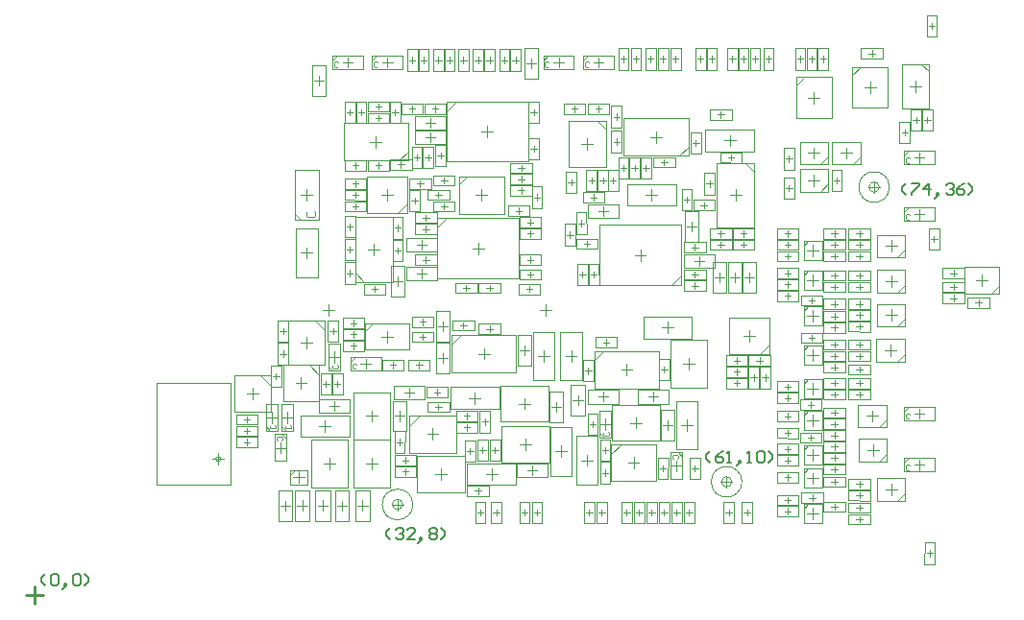
<source format=gbr>
%TF.GenerationSoftware,Altium Limited,Altium Designer,21.9.2 (33)*%
G04 Layer_Color=32768*
%FSLAX45Y45*%
%MOMM*%
%TF.SameCoordinates,7777544D-92F5-45BF-99EE-D781317D7DBF*%
%TF.FilePolarity,Positive*%
%TF.FileFunction,Other,Assembly_Notes*%
%TF.Part,Single*%
G01*
G75*
%TA.AperFunction,NonConductor*%
%ADD102C,0.20000*%
%ADD125C,0.10000*%
%ADD235C,0.25400*%
D102*
X3133322Y493322D02*
X3100000Y526645D01*
Y559967D01*
X3133322Y593290D01*
X3183306Y576629D02*
X3199968Y593290D01*
X3233290D01*
X3249951Y576629D01*
Y559967D01*
X3233290Y543306D01*
X3216629D01*
X3233290D01*
X3249951Y526645D01*
Y509984D01*
X3233290Y493322D01*
X3199968D01*
X3183306Y509984D01*
X3349919Y493322D02*
X3283274D01*
X3349919Y559967D01*
Y576629D01*
X3333258Y593290D01*
X3299935D01*
X3283274Y576629D01*
X3399903Y476661D02*
X3416564Y493322D01*
Y509984D01*
X3399903D01*
Y493322D01*
X3416564D01*
X3399903Y476661D01*
X3383242Y460000D01*
X3483210Y576629D02*
X3499871Y593290D01*
X3533194D01*
X3549855Y576629D01*
Y559967D01*
X3533194Y543306D01*
X3549855Y526645D01*
Y509984D01*
X3533194Y493322D01*
X3499871D01*
X3483210Y509984D01*
Y526645D01*
X3499871Y543306D01*
X3483210Y559967D01*
Y576629D01*
X3499871Y543306D02*
X3533194D01*
X3583177Y493322D02*
X3616500Y526645D01*
Y559967D01*
X3583177Y593290D01*
X7683322Y3533322D02*
X7650000Y3566645D01*
Y3599967D01*
X7683322Y3633290D01*
X7733306D02*
X7799951D01*
Y3616629D01*
X7733306Y3549984D01*
Y3533322D01*
X7883258D02*
Y3633290D01*
X7833274Y3583306D01*
X7899919D01*
X7949903Y3516661D02*
X7966564Y3533322D01*
Y3549984D01*
X7949903D01*
Y3533322D01*
X7966564D01*
X7949903Y3516661D01*
X7933242Y3500000D01*
X8033210Y3616629D02*
X8049871Y3633290D01*
X8083194D01*
X8099855Y3616629D01*
Y3599967D01*
X8083194Y3583306D01*
X8066532D01*
X8083194D01*
X8099855Y3566645D01*
Y3549984D01*
X8083194Y3533322D01*
X8049871D01*
X8033210Y3549984D01*
X8199823Y3633290D02*
X8166500Y3616629D01*
X8133178Y3583306D01*
Y3549984D01*
X8149839Y3533322D01*
X8183161D01*
X8199823Y3549984D01*
Y3566645D01*
X8183161Y3583306D01*
X8133178D01*
X8233145Y3533322D02*
X8266468Y3566645D01*
Y3599967D01*
X8233145Y3633290D01*
X5953322Y1173323D02*
X5920000Y1206645D01*
Y1239968D01*
X5953322Y1273290D01*
X6069951D02*
X6036629Y1256629D01*
X6003306Y1223306D01*
Y1189984D01*
X6019968Y1173323D01*
X6053290D01*
X6069951Y1189984D01*
Y1206645D01*
X6053290Y1223306D01*
X6003306D01*
X6103274Y1173323D02*
X6136597D01*
X6119935D01*
Y1273290D01*
X6103274Y1256629D01*
X6203242Y1156661D02*
X6219903Y1173323D01*
Y1189984D01*
X6203242D01*
Y1173323D01*
X6219903D01*
X6203242Y1156661D01*
X6186580Y1140000D01*
X6286548Y1173323D02*
X6319871D01*
X6303210D01*
Y1273290D01*
X6286548Y1256629D01*
X6369855D02*
X6386516Y1273290D01*
X6419839D01*
X6436500Y1256629D01*
Y1189984D01*
X6419839Y1173323D01*
X6386516D01*
X6369855Y1189984D01*
Y1256629D01*
X6469822Y1173323D02*
X6503145Y1206645D01*
Y1239968D01*
X6469822Y1273290D01*
X93322Y83322D02*
X60000Y116645D01*
Y149967D01*
X93322Y183290D01*
X143306Y166629D02*
X159968Y183290D01*
X193290D01*
X209951Y166629D01*
Y99984D01*
X193290Y83322D01*
X159968D01*
X143306Y99984D01*
Y166629D01*
X259935Y66661D02*
X276597Y83322D01*
Y99984D01*
X259935D01*
Y83322D01*
X276597D01*
X259935Y66661D01*
X243274Y50000D01*
X343242Y166629D02*
X359903Y183290D01*
X393226D01*
X409887Y166629D01*
Y99984D01*
X393226Y83322D01*
X359903D01*
X343242Y99984D01*
Y166629D01*
X443210Y83322D02*
X476532Y116645D01*
Y149967D01*
X443210Y183290D01*
D125*
X6145000Y1000000D02*
G03*
X6145000Y1000000I-45000J0D01*
G01*
X1642361Y1200000D02*
G03*
X1642361Y1200000I-22361J0D01*
G01*
X6235000Y1000000D02*
G03*
X6235000Y1000000I-135000J0D01*
G01*
X3245000Y800000D02*
G03*
X3245000Y800000I-45000J0D01*
G01*
X3335000D02*
G03*
X3335000Y800000I-135000J0D01*
G01*
X7445000Y3600000D02*
G03*
X7445000Y3600000I-45000J0D01*
G01*
X7535000D02*
G03*
X7535000Y3600000I-135000J0D01*
G01*
X7510002Y1480000D02*
Y1680000D01*
X7260002D02*
X7510002D01*
X7260002Y1480000D02*
X7510002D01*
X7385002Y1530000D02*
Y1630000D01*
X7335002Y1580000D02*
X7435002D01*
X7260002Y1480000D02*
Y1680000D01*
X7440807Y1480000D02*
X7510002Y1549195D01*
X7515000Y1179999D02*
Y1379999D01*
X7265000D02*
X7515000D01*
X7265000Y1179999D02*
X7515000D01*
X7390000Y1229999D02*
Y1329999D01*
X7340000Y1279999D02*
X7440000D01*
X7265000Y1179999D02*
Y1379999D01*
X7445805Y1179999D02*
X7515000Y1249194D01*
X7675000Y829999D02*
Y1029999D01*
X7425000D02*
X7675000D01*
X7425000Y829999D02*
X7675000D01*
X7550000Y879999D02*
Y979999D01*
X7500000Y929999D02*
X7600000D01*
X7425000Y829999D02*
Y1029999D01*
X7605805Y829999D02*
X7675000Y899194D01*
X2255000Y975000D02*
Y1105000D01*
X2405000Y975000D02*
Y1105000D01*
X2255000D02*
X2405000D01*
X2255000Y975000D02*
X2405000D01*
X2280000Y1040000D02*
X2380000D01*
X2330000Y990000D02*
Y1090000D01*
X2255097Y1061807D02*
X2294443Y1104308D01*
X7280000Y3800000D02*
Y4000000D01*
X7030000D02*
X7280000D01*
X7030000Y3800000D02*
X7280000D01*
X7155000Y3850000D02*
Y3950000D01*
X7105000Y3900000D02*
X7205000D01*
X7030000Y3800000D02*
Y4000000D01*
X7210804Y3800000D02*
X7280000Y3869195D01*
X6715000Y4210000D02*
Y4570000D01*
X7025000Y4210000D02*
Y4570000D01*
X6715000D02*
X7025000D01*
X6715000Y4210000D02*
X7025000D01*
X6820000Y4390000D02*
X6920000D01*
X6870000Y4340000D02*
Y4440000D01*
X6715140Y4497350D02*
X6784336Y4566545D01*
X6995000Y3800000D02*
Y4000000D01*
X6745000D02*
X6995000D01*
X6745000Y3800000D02*
X6995000D01*
X6870000Y3850000D02*
Y3950000D01*
X6820000Y3900000D02*
X6920000D01*
X6745000Y3800000D02*
Y4000000D01*
X6925805Y3800000D02*
X6995000Y3869195D01*
X3710000Y2754936D02*
X3900000Y2755179D01*
X3710000Y2665363D02*
X3900000Y2664903D01*
X3777500Y2710000D02*
X3832500D01*
X3805000Y2682500D02*
Y2737500D01*
X3710000Y2665363D02*
Y2754936D01*
X3900000Y2664903D02*
Y2755179D01*
X7605805Y2369999D02*
X7675000Y2439195D01*
X7425000Y2369999D02*
Y2569999D01*
X7500000Y2469999D02*
X7600001D01*
X7550000Y2419999D02*
Y2520000D01*
X7425000Y2369999D02*
X7675000D01*
X7425000Y2569999D02*
X7675000D01*
Y2369999D02*
Y2569999D01*
X7605805Y2669999D02*
X7675000Y2739194D01*
X7425000Y2669999D02*
Y2869999D01*
X7500000Y2769999D02*
X7600000D01*
X7550000Y2719999D02*
Y2819999D01*
X7425000Y2669999D02*
X7675000D01*
X7425000Y2869999D02*
X7675000D01*
Y2669999D02*
Y2869999D01*
X7605805Y2979999D02*
X7675000Y3049195D01*
X7425000Y2979999D02*
Y3179999D01*
X7500000Y3079999D02*
X7600001D01*
X7550000Y3030000D02*
Y3130000D01*
X7425000Y2979999D02*
X7675000D01*
X7425000Y3179999D02*
X7675000D01*
Y2979999D02*
Y3179999D01*
X7600805Y2059999D02*
X7670000Y2129194D01*
X7420000Y2059999D02*
Y2259999D01*
X7495000Y2159999D02*
X7595000D01*
X7545000Y2109999D02*
Y2209999D01*
X7420000Y2059999D02*
X7670000D01*
X7420000Y2259999D02*
X7670000D01*
Y2059999D02*
Y2259999D01*
X7210138Y4587350D02*
X7279334Y4656546D01*
X7364998Y4430001D02*
Y4530001D01*
X7314998Y4480001D02*
X7414998D01*
X7209998Y4300001D02*
X7519998D01*
X7209998Y4660001D02*
X7519998D01*
Y4300001D02*
Y4660001D01*
X7209998Y4300001D02*
Y4660001D01*
X6780654Y762501D02*
X6820000Y805003D01*
X6780000Y805000D02*
X6940000D01*
X6780000Y635000D02*
Y805000D01*
X6940000Y635000D02*
Y805000D01*
X6780000Y635000D02*
X6940000D01*
X6810000Y720000D02*
X6910000D01*
X6860000Y670000D02*
Y770000D01*
X6780655Y1582500D02*
X6820000Y1625002D01*
X6780000Y1624999D02*
X6940000D01*
X6780000Y1454999D02*
Y1624999D01*
X6940000Y1454999D02*
Y1624999D01*
X6780000Y1454999D02*
X6940000D01*
X6810000Y1539999D02*
X6910000D01*
X6860000Y1489999D02*
Y1589999D01*
X6780654Y1862501D02*
X6820000Y1905003D01*
X6780000Y1905000D02*
X6940000D01*
X6780000Y1735000D02*
Y1905000D01*
X6940000Y1735000D02*
Y1905000D01*
X6780000Y1735000D02*
X6940000D01*
X6810000Y1820000D02*
X6910000D01*
X6860000Y1770000D02*
Y1870000D01*
X6780654Y1072501D02*
X6820000Y1115003D01*
X6780000Y1115000D02*
X6940000D01*
X6780000Y945000D02*
Y1115000D01*
X6940000Y945000D02*
Y1115000D01*
X6780000Y945000D02*
X6940000D01*
X6810000Y1030000D02*
X6910000D01*
X6860000Y980000D02*
Y1080000D01*
X6780655Y2162501D02*
X6820000Y2205002D01*
X6780000Y2204999D02*
X6940000D01*
X6780000Y2034999D02*
Y2204999D01*
X6940000Y2034999D02*
Y2204999D01*
X6780000Y2034999D02*
X6940000D01*
X6810000Y2119999D02*
X6910000D01*
X6860000Y2069999D02*
Y2169999D01*
X6780655Y1282500D02*
X6820000Y1325002D01*
X6780000Y1324999D02*
X6940000D01*
X6780000Y1154999D02*
Y1324999D01*
X6940000Y1154999D02*
Y1324999D01*
X6780000Y1154999D02*
X6940000D01*
X6810000Y1239999D02*
X6910000D01*
X6860000Y1189999D02*
Y1289999D01*
X6780655Y2505001D02*
X6820000Y2547502D01*
X6780000Y2547499D02*
X6940000D01*
X6780000Y2377499D02*
Y2547499D01*
X6940000Y2377499D02*
Y2547499D01*
X6780000Y2377499D02*
X6940000D01*
X6810000Y2462499D02*
X6910000D01*
X6860000Y2412499D02*
Y2512499D01*
X3305000Y1255000D02*
X3715000D01*
X3460000Y1420000D02*
X3560000D01*
X3510000Y1370000D02*
Y1470000D01*
X3715000Y1255000D02*
Y1585000D01*
X3396096D02*
X3715000D01*
X3305000Y1493904D02*
X3396096Y1585000D01*
X3305000Y1255000D02*
Y1493904D01*
Y1585000D02*
X3395000D01*
X3305000Y1475000D02*
Y1585000D01*
X3960000Y2080000D02*
Y2180000D01*
X3910000Y2130000D02*
X4010000D01*
X3675000Y1965000D02*
X4245000D01*
Y2295000D01*
X3755964D02*
X4245000D01*
X3675000Y1965000D02*
Y2214036D01*
X3755964Y2295000D01*
X3675000D02*
X3755000D01*
X3675000Y2215000D02*
Y2295000D01*
X5085000Y1240000D02*
Y1330000D01*
X5475000Y1010000D02*
Y1330000D01*
X5085000Y1010000D02*
X5475000D01*
X5230000Y1170000D02*
X5330000D01*
X5280000Y1120000D02*
Y1220000D01*
X5171378Y1330000D02*
X5475000D01*
X5085000Y1243622D02*
X5171378Y1330000D01*
X5085000Y1010000D02*
Y1243622D01*
Y1330000D02*
X5171378D01*
X5220000Y1940000D02*
Y2040000D01*
X5170000Y1990000D02*
X5270000D01*
X4935000Y1825000D02*
X5505000D01*
Y2155000D01*
X5015965D02*
X5505000D01*
X4935000Y1825000D02*
Y2074036D01*
X5015965Y2155000D01*
X4935000D02*
X5015000D01*
X4935000Y2075000D02*
Y2155000D01*
X2470000Y2425000D02*
X2560000D01*
X2240000Y2035000D02*
X2560000D01*
X2240000D02*
Y2425000D01*
X2400000Y2180000D02*
Y2280000D01*
X2350000Y2230000D02*
X2450000D01*
X2560000Y2035000D02*
Y2338622D01*
X2473622Y2425000D02*
X2560000Y2338622D01*
X2240000Y2425000D02*
X2473622D01*
X2560000Y2338622D02*
Y2425000D01*
X2914999Y2165000D02*
Y2326092D01*
X2983907Y2395000D01*
X3304999D01*
Y2165000D02*
Y2395000D01*
X2914999Y2165000D02*
X3304999D01*
X3059999Y2280000D02*
X3159999D01*
X3109999Y2230000D02*
Y2330000D01*
X2914999Y2395000D02*
X2994999D01*
X2914999Y2315000D02*
Y2395000D01*
X6480000Y2214537D02*
Y2450000D01*
X6395463Y2130000D02*
X6480000Y2214537D01*
X6120000Y2130000D02*
X6395463D01*
X6120000D02*
Y2450000D01*
X6480000D01*
X6250000Y2290000D02*
X6350000D01*
X6300000Y2240000D02*
Y2340000D01*
X6370000Y2130000D02*
X6480000D01*
Y2214537D01*
X8200266Y2899551D02*
X8500265D01*
Y2725246D02*
Y2899551D01*
X8200266Y2659551D02*
Y2899551D01*
X8434571Y2659551D02*
X8500265Y2725246D01*
X8200266Y2659551D02*
X8434571D01*
X8350265Y2729551D02*
Y2829551D01*
X8300265Y2779551D02*
X8400265D01*
X8420266Y2659551D02*
X8500265D01*
Y2739551D01*
X7649378Y4295000D02*
X7879999D01*
X7649378D02*
Y4685422D01*
X7879999Y4295000D02*
Y4621158D01*
X7764999Y4440000D02*
Y4540000D01*
X7714999Y4490000D02*
X7814999D01*
X7816157Y4685000D02*
X7879999Y4621158D01*
X7649378Y4685000D02*
X7816157D01*
X7879999Y4605000D02*
Y4685000D01*
X7799999D02*
X7879999D01*
X6925805Y3560000D02*
X6995000Y3629195D01*
X6745000Y3560000D02*
Y3760000D01*
X6820000Y3660000D02*
X6920000D01*
X6870000Y3610000D02*
Y3710000D01*
X6745000Y3560000D02*
X6995000D01*
X6745000Y3760000D02*
X6995000D01*
Y3560000D02*
Y3760000D01*
X6780655Y2820001D02*
X6820000Y2862502D01*
X6780000Y2862499D02*
X6940000D01*
X6780000Y2692499D02*
Y2862499D01*
X6940000Y2692499D02*
Y2862499D01*
X6780000Y2692499D02*
X6940000D01*
X6810000Y2777499D02*
X6910000D01*
X6860000Y2727499D02*
Y2827499D01*
X6780655Y3082501D02*
X6820000Y3125002D01*
X6780000Y3124999D02*
X6940000D01*
X6780000Y2954999D02*
Y3124999D01*
X6940000Y2954999D02*
Y3124999D01*
X6780000Y2954999D02*
X6940000D01*
X6810000Y3039999D02*
X6910000D01*
X6860000Y2989999D02*
Y3089999D01*
X3290000Y3454537D02*
Y3690000D01*
X3205463Y3370000D02*
X3290000Y3454537D01*
X2930000Y3370000D02*
X3205463D01*
X2930000D02*
Y3690000D01*
X3290000D01*
X3060000Y3530000D02*
X3160000D01*
X3110000Y3480000D02*
Y3580000D01*
X3180000Y3370000D02*
X3290000D01*
Y3454537D01*
X4270000Y2795000D02*
Y3325000D01*
X3550000Y2795000D02*
X4270000D01*
X3860000Y3060000D02*
X3960000D01*
X3910000Y3010000D02*
Y3110000D01*
X3635000Y3325000D02*
X4270000D01*
X3550000Y3240000D02*
X3635000Y3325000D01*
X3550000Y2795000D02*
Y3240000D01*
Y3325000D01*
X3630000D01*
X3740000Y3365000D02*
Y3622535D01*
X3812465Y3695000D01*
X4140000D01*
Y3365000D02*
Y3695000D01*
X3940000Y3480000D02*
Y3580000D01*
X3890000Y3530000D02*
X3990000D01*
X3740000Y3365000D02*
X4140000D01*
X3740000Y3695000D02*
X3820000D01*
X3740000Y3615000D02*
Y3695000D01*
X2940000Y3050000D02*
X3040000D01*
X2990000Y3000000D02*
Y3100000D01*
X3155000Y2765000D02*
Y3335000D01*
X2825000D02*
X3155000D01*
X2825000Y2845964D02*
Y3335000D01*
X2905964Y2765000D02*
X3155000D01*
X2825000Y2845964D02*
X2905964Y2765000D01*
X2825000D02*
Y2845000D01*
Y2765000D02*
X2905000D01*
X4350000Y3825000D02*
Y4355000D01*
X3630000Y3825000D02*
X4350000D01*
X3940000Y4090000D02*
X4040000D01*
X3990000Y4040000D02*
Y4140000D01*
X3715000Y4355000D02*
X4350000D01*
X3630000Y4270000D02*
X3715000Y4355000D01*
X3630000Y3825000D02*
Y4270000D01*
Y4355000D01*
X3710000D01*
X3010000Y3950000D02*
Y4050000D01*
X2960000Y4000000D02*
X3060000D01*
X2725000Y4165000D02*
X3295000D01*
X2725000Y3835000D02*
Y4165000D01*
Y3835000D02*
X3214035D01*
X3295000Y3915964D02*
Y4165000D01*
X3214035Y3835000D02*
X3295000Y3915964D01*
X3215000Y3835000D02*
X3295000D01*
Y3915000D01*
X4980000Y2735000D02*
Y3265000D01*
X5700000D01*
X5290000Y3000000D02*
X5390000D01*
X5340000Y2950000D02*
Y3050000D01*
X4980000Y2735000D02*
X5615000D01*
X5700000Y2820000D01*
Y3265000D01*
Y2735000D02*
Y2820000D01*
X5620000Y2735000D02*
X5700000D01*
X6130000Y3530000D02*
X6230000D01*
X6180000Y3480000D02*
Y3580000D01*
X6015000Y3245000D02*
Y3815000D01*
Y3245000D02*
X6345000D01*
Y3734036D01*
X6015000Y3815000D02*
X6264036D01*
X6345000Y3734036D01*
Y3735000D02*
Y3815000D01*
X6265000D02*
X6345000D01*
X4705000Y4180000D02*
X4962535D01*
X5035000Y4107535D01*
Y3780000D02*
Y4107535D01*
X4705000Y3780000D02*
X5035000D01*
X4820000Y3980000D02*
X4920000D01*
X4870000Y3930000D02*
Y4030000D01*
X4705000Y3780000D02*
Y4180000D01*
X5035000Y4100000D02*
Y4180000D01*
X4955000D02*
X5035000D01*
X5480000Y3990000D02*
Y4090000D01*
X5430000Y4040000D02*
X5530000D01*
X5195000Y4205000D02*
X5765000D01*
X5195000Y3875000D02*
Y4205000D01*
Y3875000D02*
X5684036D01*
X5765000Y3955964D02*
Y4205000D01*
X5684036Y3875000D02*
X5765000Y3955964D01*
X5685000Y3875000D02*
X5765000D01*
Y3955000D01*
X1760000Y1620000D02*
X2080000D01*
X1760000D02*
Y1940000D01*
X1920000Y1730000D02*
Y1830000D01*
X1870000Y1780000D02*
X1970000D01*
X1760000Y1940000D02*
X1990000D01*
X2080000Y1850000D01*
Y1620000D02*
Y1850000D01*
Y1940000D01*
X1990000D02*
X2080000D01*
X2190000Y1710000D02*
X2510000D01*
X2190000D02*
Y2030000D01*
X2350000Y1820000D02*
Y1920000D01*
X2300000Y1870000D02*
X2400000D01*
X2190000Y2030000D02*
X2420000D01*
X2510000Y1940000D01*
Y1710000D02*
Y1940000D01*
Y2030000D01*
X2420000D02*
X2510000D01*
X6515000Y4635000D02*
Y4825000D01*
X6425000D02*
X6515000D01*
X6425000Y4635000D02*
X6515000D01*
X6425000D02*
Y4825000D01*
X6470000Y4702500D02*
Y4757500D01*
X6442500Y4730000D02*
X6497500D01*
X6305000Y4635000D02*
Y4825000D01*
Y4635000D02*
X6395000D01*
X6305000Y4825000D02*
X6395000D01*
Y4635000D02*
Y4825000D01*
X6350000Y4702500D02*
Y4757500D01*
X6322500Y4730000D02*
X6377500D01*
X6295000Y4635000D02*
Y4825000D01*
X6205000D02*
X6295000D01*
X6205000Y4635000D02*
X6295000D01*
X6205000D02*
Y4825000D01*
X6250000Y4702500D02*
Y4757500D01*
X6222500Y4730000D02*
X6277500D01*
X6105000Y4635000D02*
Y4825000D01*
Y4635000D02*
X6195000D01*
X6105000Y4825000D02*
X6195000D01*
Y4635000D02*
Y4825000D01*
X6150000Y4702500D02*
Y4757500D01*
X6122500Y4730000D02*
X6177500D01*
X6955000Y1654999D02*
X7145000D01*
X6955000Y1564999D02*
Y1654999D01*
X7145000Y1564999D02*
Y1654999D01*
X6955000Y1564999D02*
X7145000D01*
X7022501Y1609999D02*
X7077500D01*
X7050000Y1582499D02*
Y1637499D01*
X6955000Y1045000D02*
X7145000D01*
X6955000Y955000D02*
Y1045000D01*
X7145000Y955000D02*
Y1045000D01*
X6955000Y955000D02*
X7145000D01*
X7022500Y1000000D02*
X7077500D01*
X7050000Y972500D02*
Y1027500D01*
X6955000Y1355000D02*
X7145000D01*
X6955000Y1265000D02*
Y1355000D01*
X7145000Y1265000D02*
Y1355000D01*
X6955000Y1265000D02*
X7145000D01*
X7022500Y1310000D02*
X7077500D01*
X7050000Y1282500D02*
Y1337500D01*
X6955000Y2154999D02*
X7145000D01*
X6955000Y2064999D02*
Y2154999D01*
X7145000Y2064999D02*
Y2154999D01*
X6955000Y2064999D02*
X7145000D01*
X7022501Y2109999D02*
X7077500D01*
X7050000Y2082499D02*
Y2137499D01*
X6955000Y1815000D02*
X7145000D01*
X6955000Y1725000D02*
Y1815000D01*
X7145000Y1725000D02*
Y1815000D01*
X6955000Y1725000D02*
X7145000D01*
X7022500Y1770000D02*
X7077500D01*
X7050000Y1742500D02*
Y1797500D01*
X6955000Y2615000D02*
X7145000D01*
X6955000Y2525000D02*
Y2615000D01*
X7145000Y2525000D02*
Y2615000D01*
X6955000Y2525000D02*
X7145000D01*
X7022500Y2570000D02*
X7077500D01*
X7050000Y2542500D02*
Y2597500D01*
X6955000Y2764999D02*
X7145000D01*
X6955000Y2674999D02*
Y2764999D01*
X7145000Y2674999D02*
Y2764999D01*
X6955000Y2674999D02*
X7145000D01*
X7022501Y2719999D02*
X7077500D01*
X7050000Y2692499D02*
Y2747499D01*
X6955000Y2864999D02*
X7145000D01*
X6955000Y2775000D02*
Y2864999D01*
X7145000Y2775000D02*
Y2864999D01*
X6955000Y2775000D02*
X7145000D01*
X7022501Y2819999D02*
X7077500D01*
X7050000Y2792499D02*
Y2847500D01*
X6955000Y3034999D02*
X7145000D01*
X6955000Y2944999D02*
Y3034999D01*
X7145000Y2944999D02*
Y3034999D01*
X6955000Y2944999D02*
X7145000D01*
X7022501Y2989999D02*
X7077500D01*
X7050000Y2962499D02*
Y3017499D01*
X6955000Y3134999D02*
X7145000D01*
X6955000Y3044999D02*
Y3134999D01*
X7145000Y3044999D02*
Y3134999D01*
X6955000Y3044999D02*
X7145000D01*
X7022501Y3089999D02*
X7077500D01*
X7050000Y3062499D02*
Y3117499D01*
X8005000Y2665000D02*
X8195000D01*
X8005000Y2575000D02*
Y2665000D01*
X8195000Y2575000D02*
Y2665000D01*
X8005000Y2575000D02*
X8195000D01*
X8072500Y2620000D02*
X8127500D01*
X8100000Y2592500D02*
Y2647500D01*
X8005000Y2765000D02*
X8195000D01*
X8005000Y2675000D02*
Y2765000D01*
X8195000Y2675000D02*
Y2765000D01*
X8005000Y2675000D02*
X8195000D01*
X8072500Y2720000D02*
X8127500D01*
X8100000Y2692500D02*
Y2747500D01*
X3715000Y1535000D02*
X3905000D01*
Y1625000D01*
X3715000Y1535000D02*
Y1625000D01*
X3905000D01*
X3782500Y1580000D02*
X3837500D01*
X3810000Y1552500D02*
Y1607500D01*
X3715000Y1525000D02*
X3905000D01*
X3715000Y1435000D02*
Y1525000D01*
X3905000Y1435000D02*
Y1525000D01*
X3715000Y1435000D02*
X3905000D01*
X3782500Y1480000D02*
X3837500D01*
X3810000Y1452500D02*
Y1507500D01*
X3925000Y1435000D02*
Y1625000D01*
Y1435000D02*
X4015000D01*
X3925000Y1625000D02*
X4015000D01*
Y1435000D02*
Y1625000D01*
X3970000Y1502500D02*
Y1557500D01*
X3942500Y1530000D02*
X3997500D01*
X3995000Y1185000D02*
Y1375000D01*
X3905000D02*
X3995000D01*
X3905000Y1185000D02*
X3995000D01*
X3905000D02*
Y1375000D01*
X3950000Y1252500D02*
Y1307500D01*
X3922500Y1280000D02*
X3977500D01*
X5775000Y1025000D02*
Y1215000D01*
Y1025000D02*
X5865000D01*
X5775000Y1215000D02*
X5865000D01*
Y1025000D02*
Y1215000D01*
X5820000Y1092500D02*
Y1147500D01*
X5792500Y1120000D02*
X5847500D01*
X3065000Y2075000D02*
X3255000D01*
X3065000Y1985000D02*
Y2075000D01*
X3255000Y1985000D02*
Y2075000D01*
X3065000Y1985000D02*
X3255000D01*
X3132500Y2030000D02*
X3187500D01*
X3160000Y2002500D02*
Y2057500D01*
X4985000Y985000D02*
Y1175000D01*
Y985000D02*
X5075000D01*
X4985000Y1175000D02*
X5075000D01*
Y985000D02*
Y1175000D01*
X5030000Y1052500D02*
Y1107500D01*
X5002500Y1080000D02*
X5057500D01*
X4985000Y1185000D02*
Y1375000D01*
Y1185000D02*
X5075000D01*
X4985000Y1375000D02*
X5075000D01*
Y1185000D02*
Y1375000D01*
X5030000Y1252500D02*
Y1307500D01*
X5002500Y1280000D02*
X5057500D01*
X3515000Y4625000D02*
Y4815000D01*
Y4625000D02*
X3605000D01*
X3515000Y4815000D02*
X3605000D01*
Y4625000D02*
Y4815000D01*
X3560000Y4692500D02*
Y4747500D01*
X3532500Y4720000D02*
X3587500D01*
X2175000Y1835000D02*
Y2025000D01*
X2085000D02*
X2175000D01*
X2085000Y1835000D02*
X2175000D01*
X2085000D02*
Y2025000D01*
X2130000Y1902500D02*
Y1957500D01*
X2102500Y1930000D02*
X2157500D01*
X2145000Y2035000D02*
Y2225000D01*
Y2035000D02*
X2235000D01*
X2145000Y2225000D02*
X2235000D01*
Y2035000D02*
Y2225000D01*
X2190000Y2102500D02*
Y2157500D01*
X2162500Y2130000D02*
X2217500D01*
X1775000Y1505000D02*
X1965000D01*
Y1595000D01*
X1775000Y1505000D02*
Y1595000D01*
X1965000D01*
X1842500Y1550000D02*
X1897500D01*
X1870000Y1522500D02*
Y1577500D01*
X2235000Y2235000D02*
Y2425000D01*
X2145000D02*
X2235000D01*
X2145000Y2235000D02*
X2235000D01*
X2145000D02*
Y2425000D01*
X2190000Y2302500D02*
Y2357500D01*
X2162500Y2330000D02*
X2217500D01*
X2525000Y1770000D02*
Y1960000D01*
Y1770000D02*
X2615000D01*
X2525000Y1960000D02*
X2615000D01*
Y1770000D02*
Y1960000D01*
X2570000Y1837500D02*
Y1892500D01*
X2542500Y1865000D02*
X2597500D01*
X1775000Y1495000D02*
X1965000D01*
X1775000Y1405000D02*
Y1495000D01*
X1965000Y1405000D02*
Y1495000D01*
X1775000Y1405000D02*
X1965000D01*
X1842500Y1450000D02*
X1897500D01*
X1870000Y1422500D02*
Y1477500D01*
X2715000Y2445000D02*
X2905000D01*
X2715000Y2355000D02*
Y2445000D01*
X2905000Y2355000D02*
Y2445000D01*
X2715000Y2355000D02*
X2905000D01*
X2782500Y2400000D02*
X2837500D01*
X2810000Y2372500D02*
Y2427500D01*
X2715000Y2345000D02*
X2905000D01*
X2715000Y2255000D02*
Y2345000D01*
X2905000Y2255000D02*
Y2345000D01*
X2715000Y2255000D02*
X2905000D01*
X2782500Y2300000D02*
X2837500D01*
X2810000Y2272500D02*
Y2327500D01*
X5145000Y4635000D02*
Y4825000D01*
Y4635000D02*
X5235000D01*
X5145000Y4825000D02*
X5235000D01*
Y4635000D02*
Y4825000D01*
X5190000Y4702500D02*
Y4757500D01*
X5162500Y4730000D02*
X5217500D01*
X3285000Y4625000D02*
Y4815000D01*
Y4625000D02*
X3375000D01*
X3285000Y4815000D02*
X3375000D01*
Y4625000D02*
Y4815000D01*
X3330000Y4692500D02*
Y4747500D01*
X3302500Y4720000D02*
X3357500D01*
X5255000Y4635000D02*
Y4825000D01*
Y4635000D02*
X5345000D01*
X5255000Y4825000D02*
X5345000D01*
Y4635000D02*
Y4825000D01*
X5300000Y4702500D02*
Y4757500D01*
X5272500Y4730000D02*
X5327500D01*
X3385000Y4625000D02*
Y4815000D01*
Y4625000D02*
X3475000D01*
X3385000Y4815000D02*
X3475000D01*
Y4625000D02*
Y4815000D01*
X3430000Y4692500D02*
Y4747500D01*
X3402500Y4720000D02*
X3457500D01*
X2715000Y2155000D02*
X2905000D01*
Y2245000D01*
X2715000Y2155000D02*
Y2245000D01*
X2905000D01*
X2782500Y2200000D02*
X2837500D01*
X2810000Y2172500D02*
Y2227500D01*
X3325000Y2325000D02*
X3515000D01*
X3325000Y2235000D02*
Y2325000D01*
X3515000Y2235000D02*
Y2325000D01*
X3325000Y2235000D02*
X3515000D01*
X3392500Y2280000D02*
X3447500D01*
X3420000Y2252500D02*
Y2307500D01*
X4275000Y636000D02*
Y826000D01*
Y636000D02*
X4365000D01*
X4275000Y826000D02*
X4365000D01*
Y636000D02*
Y826000D01*
X4320000Y703500D02*
Y758500D01*
X4292500Y731000D02*
X4347500D01*
X4385000Y636000D02*
Y826000D01*
Y636000D02*
X4475000D01*
X4385000Y826000D02*
X4475000D01*
Y636000D02*
Y826000D01*
X4430000Y703500D02*
Y758500D01*
X4402500Y731000D02*
X4457500D01*
X6015000Y4635000D02*
Y4825000D01*
X5925000D02*
X6015000D01*
X5925000Y4635000D02*
X6015000D01*
X5925000D02*
Y4825000D01*
X5970000Y4702500D02*
Y4757500D01*
X5942500Y4730000D02*
X5997500D01*
X5915000Y4635000D02*
Y4825000D01*
X5825000D02*
X5915000D01*
X5825000Y4635000D02*
X5915000D01*
X5825000D02*
Y4825000D01*
X5870000Y4702500D02*
Y4757500D01*
X5842500Y4730000D02*
X5897500D01*
X6235000Y635000D02*
Y825000D01*
Y635000D02*
X6325000D01*
X6235000Y825000D02*
X6325000D01*
Y635000D02*
Y825000D01*
X6280000Y702500D02*
Y757500D01*
X6252500Y730000D02*
X6307500D01*
X6385000Y1825000D02*
Y2015000D01*
X6295000D02*
X6385000D01*
X6295000Y1825000D02*
X6385000D01*
X6295000D02*
Y2015000D01*
X6340000Y1892500D02*
Y1947500D01*
X6312500Y1920000D02*
X6367500D01*
X6955000Y1554999D02*
X7145000D01*
X6955000Y1464999D02*
Y1554999D01*
X7145000Y1464999D02*
Y1554999D01*
X6955000Y1464999D02*
X7145000D01*
X7022501Y1509999D02*
X7077500D01*
X7050000Y1482499D02*
Y1537499D01*
X6075000Y635000D02*
Y825000D01*
Y635000D02*
X6165000D01*
X6075000Y825000D02*
X6165000D01*
Y635000D02*
Y825000D01*
X6120000Y702500D02*
Y757500D01*
X6092500Y730000D02*
X6147500D01*
X6955000Y2054999D02*
X7145000D01*
X6955000Y1964999D02*
Y2054999D01*
X7145000Y1964999D02*
Y2054999D01*
X6955000Y1964999D02*
X7145000D01*
X7022501Y2009999D02*
X7077500D01*
X7050000Y1982499D02*
Y2037499D01*
X6955000Y1155000D02*
X7145000D01*
X6955000Y1065000D02*
Y1155000D01*
X7145000Y1065000D02*
Y1155000D01*
X6955000Y1065000D02*
X7145000D01*
X7022500Y1110000D02*
X7077500D01*
X7050000Y1082500D02*
Y1137500D01*
X6705000Y4635000D02*
Y4825000D01*
Y4635000D02*
X6795000D01*
X6705000Y4825000D02*
X6795000D01*
Y4635000D02*
Y4825000D01*
X6750000Y4702500D02*
Y4757500D01*
X6722500Y4730000D02*
X6777500D01*
X6805000Y4635000D02*
Y4825000D01*
Y4635000D02*
X6895000D01*
X6805000Y4825000D02*
X6895000D01*
Y4635000D02*
Y4825000D01*
X6850000Y4702500D02*
Y4757500D01*
X6822500Y4730000D02*
X6877500D01*
X5725000Y635000D02*
Y825000D01*
Y635000D02*
X5815000D01*
X5725000Y825000D02*
X5815000D01*
Y635000D02*
Y825000D01*
X5770000Y702500D02*
Y757500D01*
X5742500Y730000D02*
X5797500D01*
X5615000Y635000D02*
Y825000D01*
Y635000D02*
X5705000D01*
X5615000Y825000D02*
X5705000D01*
Y635000D02*
Y825000D01*
X5660000Y702500D02*
Y757500D01*
X5632500Y730000D02*
X5687500D01*
X5595000Y635000D02*
Y825000D01*
X5505000D02*
X5595000D01*
X5505000Y635000D02*
X5595000D01*
X5505000D02*
Y825000D01*
X5550000Y702500D02*
Y757500D01*
X5522500Y730000D02*
X5577500D01*
X5395000Y635000D02*
Y825000D01*
Y635000D02*
X5485000D01*
X5395000Y825000D02*
X5485000D01*
Y635000D02*
Y825000D01*
X5440000Y702500D02*
Y757500D01*
X5412500Y730000D02*
X5467500D01*
X5585000Y4635000D02*
Y4825000D01*
X5495000D02*
X5585000D01*
X5495000Y4635000D02*
X5585000D01*
X5495000D02*
Y4825000D01*
X5540000Y4702500D02*
Y4757500D01*
X5512500Y4730000D02*
X5567500D01*
X5285000Y635000D02*
Y825000D01*
Y635000D02*
X5375000D01*
X5285000Y825000D02*
X5375000D01*
Y635000D02*
Y825000D01*
X5330000Y702500D02*
Y757500D01*
X5302500Y730000D02*
X5357500D01*
X5175000Y635000D02*
Y825000D01*
Y635000D02*
X5265000D01*
X5175000Y825000D02*
X5265000D01*
Y635000D02*
Y825000D01*
X5220000Y702500D02*
Y757500D01*
X5192500Y730000D02*
X5247500D01*
X5385000Y4635000D02*
Y4825000D01*
Y4635000D02*
X5475000D01*
X5385000Y4825000D02*
X5475000D01*
Y4635000D02*
Y4825000D01*
X5430000Y4702500D02*
Y4757500D01*
X5402500Y4730000D02*
X5457500D01*
X4955000Y635000D02*
Y825000D01*
Y635000D02*
X5045000D01*
X4955000Y825000D02*
X5045000D01*
Y635000D02*
Y825000D01*
X5000000Y702500D02*
Y757500D01*
X4972500Y730000D02*
X5027500D01*
X5695000Y4635000D02*
Y4825000D01*
X5605000D02*
X5695000D01*
X5605000Y4635000D02*
X5695000D01*
X5605000D02*
Y4825000D01*
X5650000Y4702500D02*
Y4757500D01*
X5622500Y4730000D02*
X5677500D01*
X4845000Y635000D02*
Y825000D01*
Y635000D02*
X4935000D01*
X4845000Y825000D02*
X4935000D01*
Y635000D02*
Y825000D01*
X4890000Y702500D02*
Y757500D01*
X4862500Y730000D02*
X4917500D01*
X4025000Y636000D02*
Y826000D01*
Y636000D02*
X4115000D01*
X4025000Y826000D02*
X4115000D01*
Y636000D02*
Y826000D01*
X4070000Y703500D02*
Y758500D01*
X4042500Y731000D02*
X4097500D01*
X3975000Y636000D02*
Y826000D01*
X3885000D02*
X3975000D01*
X3885000Y636000D02*
X3975000D01*
X3885000D02*
Y826000D01*
X3930000Y703500D02*
Y758500D01*
X3902500Y731000D02*
X3957500D01*
X4285000Y4625000D02*
Y4815000D01*
X4195000D02*
X4285000D01*
X4195000Y4625000D02*
X4285000D01*
X4195000D02*
Y4815000D01*
X4240000Y4692500D02*
Y4747500D01*
X4212500Y4720000D02*
X4267500D01*
X4095000Y4625000D02*
Y4815000D01*
Y4625000D02*
X4185000D01*
X4095000Y4815000D02*
X4185000D01*
Y4625000D02*
Y4815000D01*
X4140000Y4692500D02*
Y4747500D01*
X4112500Y4720000D02*
X4167500D01*
X4055000Y4625000D02*
Y4815000D01*
X3965000D02*
X4055000D01*
X3965000Y4625000D02*
X4055000D01*
X3965000D02*
Y4815000D01*
X4010000Y4692500D02*
Y4747500D01*
X3982500Y4720000D02*
X4037500D01*
X3865000Y4625000D02*
Y4815000D01*
Y4625000D02*
X3955000D01*
X3865000Y4815000D02*
X3955000D01*
Y4625000D02*
Y4815000D01*
X3910000Y4692500D02*
Y4747500D01*
X3882500Y4720000D02*
X3937500D01*
X3825000Y4625000D02*
Y4815000D01*
X3735000D02*
X3825000D01*
X3735000Y4625000D02*
X3825000D01*
X3735000D02*
Y4815000D01*
X3780000Y4692500D02*
Y4747500D01*
X3752500Y4720000D02*
X3807500D01*
X6485000Y1825000D02*
Y2015000D01*
X6395000D02*
X6485000D01*
X6395000Y1825000D02*
X6485000D01*
X6395000D02*
Y2015000D01*
X6440000Y1892500D02*
Y1947500D01*
X6412500Y1920000D02*
X6467500D01*
X7715000Y3985000D02*
Y4175000D01*
X7625000D02*
X7715000D01*
X7625000Y3985000D02*
X7715000D01*
X7625000D02*
Y4175000D01*
X7670000Y4052500D02*
Y4107500D01*
X7642500Y4080000D02*
X7697500D01*
X7815000Y4095000D02*
Y4285000D01*
X7725000D02*
X7815000D01*
X7725000Y4095000D02*
X7815000D01*
X7725000D02*
Y4285000D01*
X7770000Y4162500D02*
Y4217500D01*
X7742500Y4190000D02*
X7797500D01*
X6955000Y2405000D02*
X7145000D01*
X6955000Y2315000D02*
Y2405000D01*
X7145000Y2315000D02*
Y2405000D01*
X6955000Y2315000D02*
X7145000D01*
X7022500Y2360000D02*
X7077500D01*
X7050000Y2332500D02*
Y2387500D01*
X7175000Y815000D02*
X7365000D01*
X7175000Y725000D02*
Y815000D01*
X7365000Y725000D02*
Y815000D01*
X7175000Y725000D02*
X7365000D01*
X7242500Y770000D02*
X7297500D01*
X7270000Y742500D02*
Y797500D01*
X6955000Y824999D02*
X7145000D01*
X6955000Y734999D02*
Y824999D01*
X7145000Y734999D02*
Y824999D01*
X6955000Y734999D02*
X7145000D01*
X7022501Y779999D02*
X7077500D01*
X7050000Y752499D02*
Y807499D01*
X6545000Y694999D02*
X6735000D01*
Y784999D01*
X6545000Y694999D02*
Y784999D01*
X6735000D01*
X6612500Y739999D02*
X6667500D01*
X6640000Y712499D02*
Y767499D01*
X6955000Y1255000D02*
X7145000D01*
X6955000Y1165000D02*
Y1255000D01*
X7145000Y1165000D02*
Y1255000D01*
X6955000Y1165000D02*
X7145000D01*
X7022500Y1210000D02*
X7077500D01*
X7050000Y1182500D02*
Y1237500D01*
X6545000Y1145000D02*
X6735000D01*
Y1235000D01*
X6545000Y1145000D02*
Y1235000D01*
X6735000D01*
X6612500Y1190000D02*
X6667500D01*
X6640000Y1162500D02*
Y1217500D01*
X7175000Y1025000D02*
X7365000D01*
X7175000Y935000D02*
Y1025000D01*
X7365000Y935000D02*
Y1025000D01*
X7175000Y935000D02*
X7365000D01*
X7242500Y980000D02*
X7297500D01*
X7270000Y952500D02*
Y1007500D01*
X6545000Y995000D02*
X6735000D01*
Y1085000D01*
X6545000Y995000D02*
Y1085000D01*
X6735000D01*
X6612500Y1040000D02*
X6667500D01*
X6640000Y1012500D02*
Y1067500D01*
X6545000Y1245000D02*
X6735000D01*
Y1335000D01*
X6545000Y1245000D02*
Y1335000D01*
X6735000D01*
X6612500Y1290000D02*
X6667500D01*
X6640000Y1262500D02*
Y1317500D01*
X6544996Y1534214D02*
X6734996D01*
Y1624214D01*
X6544996Y1534214D02*
Y1624214D01*
X6734996D01*
X6612496Y1579214D02*
X6667496D01*
X6639996Y1551714D02*
Y1606714D01*
X7175000Y1814999D02*
X7365000D01*
X7175000Y1724999D02*
Y1814999D01*
X7365000Y1724999D02*
Y1814999D01*
X7175000Y1724999D02*
X7365000D01*
X7242500Y1769999D02*
X7297500D01*
X7270000Y1742499D02*
Y1797499D01*
X6545000Y1694999D02*
X6735000D01*
Y1784999D01*
X6545000Y1694999D02*
Y1784999D01*
X6735000D01*
X6612500Y1739999D02*
X6667500D01*
X6640000Y1712499D02*
Y1767499D01*
X7175000Y2154999D02*
X7365000D01*
X7175000Y2064999D02*
Y2154999D01*
X7365000Y2064999D02*
Y2154999D01*
X7175000Y2064999D02*
X7365000D01*
X7242500Y2109999D02*
X7297500D01*
X7270000Y2082499D02*
Y2137499D01*
X7175000Y2254999D02*
X7365000D01*
X7175000Y2164999D02*
Y2254999D01*
X7365000Y2164999D02*
Y2254999D01*
X7175000Y2164999D02*
X7365000D01*
X7242500Y2209999D02*
X7297500D01*
X7270000Y2182499D02*
Y2237499D01*
X6955000Y2254999D02*
X7145000D01*
X6955000Y2164999D02*
Y2254999D01*
X7145000Y2164999D02*
Y2254999D01*
X6955000Y2164999D02*
X7145000D01*
X7022501Y2209999D02*
X7077500D01*
X7050000Y2182499D02*
Y2237499D01*
X7175000Y2514999D02*
X7365000D01*
X7175000Y2424999D02*
Y2514999D01*
X7365000Y2424999D02*
Y2514999D01*
X7175000Y2424999D02*
X7365000D01*
X7242500Y2469999D02*
X7297500D01*
X7270000Y2442499D02*
Y2497499D01*
X6955000Y2505000D02*
X7145000D01*
X6955000Y2415000D02*
Y2505000D01*
X7145000Y2415000D02*
Y2505000D01*
X6955000Y2415000D02*
X7145000D01*
X7022500Y2460000D02*
X7077500D01*
X7050000Y2432500D02*
Y2487500D01*
X7175000Y2614999D02*
X7365000D01*
X7175000Y2524999D02*
Y2614999D01*
X7365000Y2524999D02*
Y2614999D01*
X7175000Y2524999D02*
X7365000D01*
X7242500Y2569999D02*
X7297500D01*
X7270000Y2542499D02*
Y2597499D01*
X7175000Y2764999D02*
X7365000D01*
X7175000Y2674999D02*
Y2764999D01*
X7365000Y2674999D02*
Y2764999D01*
X7175000Y2674999D02*
X7365000D01*
X7242500Y2719999D02*
X7297500D01*
X7270000Y2692499D02*
Y2747499D01*
X6545000Y2694999D02*
X6735000D01*
Y2784999D01*
X6545000Y2694999D02*
Y2784999D01*
X6735000D01*
X6612500Y2739999D02*
X6667500D01*
X6640000Y2712499D02*
Y2767499D01*
X7175000Y2864999D02*
X7365000D01*
X7175000Y2774999D02*
Y2864999D01*
X7365000Y2774999D02*
Y2864999D01*
X7175000Y2774999D02*
X7365000D01*
X7242500Y2819999D02*
X7297500D01*
X7270000Y2792499D02*
Y2847499D01*
X6545000Y2794999D02*
X6735000D01*
Y2884999D01*
X6545000Y2794999D02*
Y2884999D01*
X6735000D01*
X6612500Y2839999D02*
X6667500D01*
X6640000Y2812499D02*
Y2867499D01*
X7175000Y3034999D02*
X7365000D01*
X7175000Y2944999D02*
Y3034999D01*
X7365000Y2944999D02*
Y3034999D01*
X7175000Y2944999D02*
X7365000D01*
X7242500Y2989999D02*
X7297500D01*
X7270000Y2962499D02*
Y3017499D01*
X6545000Y2944999D02*
X6735000D01*
Y3034999D01*
X6545000Y2944999D02*
Y3034999D01*
X6735000D01*
X6612500Y2989999D02*
X6667500D01*
X6640000Y2962499D02*
Y3017499D01*
X7175000Y3134999D02*
X7365000D01*
X7175000Y3044999D02*
Y3134999D01*
X7365000Y3044999D02*
Y3134999D01*
X7175000Y3044999D02*
X7365000D01*
X7242500Y3089999D02*
X7297500D01*
X7270000Y3062499D02*
Y3117499D01*
X6545000Y3044999D02*
X6735000D01*
Y3134999D01*
X6545000Y3044999D02*
Y3134999D01*
X6735000D01*
X6612500Y3089999D02*
X6667500D01*
X6640000Y3062499D02*
Y3117499D01*
X2905000Y2655000D02*
X3095000D01*
Y2745000D01*
X2905000Y2655000D02*
Y2745000D01*
X3095000D01*
X2972500Y2700000D02*
X3027500D01*
X3000000Y2672500D02*
Y2727500D01*
X3515000Y3385000D02*
X3705000D01*
Y3475000D01*
X3515000Y3385000D02*
Y3475000D01*
X3705000D01*
X3582500Y3430000D02*
X3637500D01*
X3610000Y3402500D02*
Y3457500D01*
X3465000Y3485000D02*
X3655000D01*
Y3575000D01*
X3465000Y3485000D02*
Y3575000D01*
X3655000D01*
X3532500Y3530000D02*
X3587500D01*
X3560000Y3502500D02*
Y3557500D01*
X4275000Y3005000D02*
X4465000D01*
X4275000Y2915000D02*
Y3005000D01*
X4465000Y2915000D02*
Y3005000D01*
X4275000Y2915000D02*
X4465000D01*
X4342500Y2960000D02*
X4397500D01*
X4370000Y2932500D02*
Y2987500D01*
X3515000Y3615000D02*
X3705000D01*
Y3705000D01*
X3515000Y3615000D02*
Y3705000D01*
X3705000D01*
X3582500Y3660000D02*
X3637500D01*
X3610000Y3632500D02*
Y3687500D01*
X4175000Y3434999D02*
X4365000D01*
X4175000Y3345000D02*
Y3434999D01*
X4365000Y3345000D02*
Y3434999D01*
X4175000Y3345000D02*
X4365000D01*
X4242500Y3390000D02*
X4297500D01*
X4270000Y3362499D02*
Y3417500D01*
X3915000Y2665000D02*
X4105000D01*
Y2755000D01*
X3915000Y2665000D02*
Y2755000D01*
X4105000D01*
X3982500Y2710000D02*
X4037500D01*
X4010000Y2682500D02*
Y2737500D01*
X2300000Y3235132D02*
X2500000D01*
X2300000Y2804161D02*
Y3235132D01*
X2500000Y2804161D02*
Y3235132D01*
X2300000Y2804161D02*
X2500000D01*
X2400000Y2970000D02*
Y3070000D01*
X2350000Y3020000D02*
X2450000D01*
X2735000Y3585000D02*
X2925000D01*
Y3675000D01*
X2735000Y3585000D02*
Y3675000D01*
X2925000D01*
X2802500Y3630000D02*
X2857500D01*
X2830000Y3602500D02*
Y3657500D01*
X2935000Y4265000D02*
X3125000D01*
Y4355000D01*
X2935000Y4265000D02*
Y4355000D01*
X3125000D01*
X3002500Y4310000D02*
X3057500D01*
X3030000Y4282500D02*
Y4337500D01*
X3225000Y4165000D02*
Y4355000D01*
X3135000D02*
X3225000D01*
X3135000Y4165000D02*
X3225000D01*
X3135000D02*
Y4355000D01*
X3180000Y4232500D02*
Y4287500D01*
X3152500Y4260000D02*
X3207500D01*
X4445000Y3845000D02*
Y4035000D01*
X4355000D02*
X4445000D01*
X4355000Y3845000D02*
X4445000D01*
X4355000D02*
Y4035000D01*
X4400000Y3912500D02*
Y3967500D01*
X4372500Y3940000D02*
X4427500D01*
X3135000Y3845000D02*
X3325000D01*
X3135000Y3755000D02*
Y3845000D01*
X3325000Y3755000D02*
Y3845000D01*
X3135000Y3755000D02*
X3325000D01*
X3202500Y3800000D02*
X3257500D01*
X3230000Y3772500D02*
Y3827500D01*
X2835000Y4165000D02*
Y4355000D01*
Y4165000D02*
X2925000D01*
X2835000Y4355000D02*
X2925000D01*
Y4165000D02*
Y4355000D01*
X2880000Y4232500D02*
Y4287500D01*
X2852500Y4260000D02*
X2907500D01*
X3515000Y3765000D02*
Y3955000D01*
X3425000D02*
X3515000D01*
X3425000Y3765000D02*
X3515000D01*
X3425000D02*
Y3955000D01*
X3470000Y3832500D02*
Y3887500D01*
X3442500Y3860000D02*
X3497500D01*
X4265000Y2655000D02*
X4455000D01*
Y2745000D01*
X4265000Y2655000D02*
Y2745000D01*
X4455000D01*
X4332500Y2700000D02*
X4387500D01*
X4360000Y2672500D02*
Y2727500D01*
X5995000Y3535000D02*
Y3725000D01*
X5905000D02*
X5995000D01*
X5905000Y3535000D02*
X5995000D01*
X5905000D02*
Y3725000D01*
X5950000Y3602500D02*
Y3657500D01*
X5922500Y3630000D02*
X5977500D01*
X4775000Y3145000D02*
X4965000D01*
X4775000Y3055000D02*
Y3145000D01*
X4965000Y3055000D02*
Y3145000D01*
X4775000Y3055000D02*
X4965000D01*
X4842500Y3100000D02*
X4897500D01*
X4870000Y3072500D02*
Y3127500D01*
X5805000Y3395000D02*
X5995000D01*
Y3485000D01*
X5805000Y3395000D02*
Y3485000D01*
X5995000D01*
X5872500Y3440000D02*
X5927500D01*
X5900000Y3412500D02*
Y3467500D01*
X5914868Y3910000D02*
Y4110000D01*
Y3910000D02*
X6345839D01*
X5914868Y4110000D02*
X6345839D01*
Y3910000D02*
Y4110000D01*
X6080000Y4010000D02*
X6180000D01*
X6130000Y3960000D02*
Y4060000D01*
X5955000Y4195000D02*
Y4285000D01*
X6145000Y4195000D02*
Y4285000D01*
X5955000D02*
X6145000D01*
X5955000Y4195000D02*
X6145000D01*
X6022500Y4240000D02*
X6077500D01*
X6050000Y4212500D02*
Y4267500D01*
X4665000Y4245000D02*
X4855000D01*
Y4335000D01*
X4665000Y4245000D02*
Y4335000D01*
X4855000D01*
X4732500Y4290000D02*
X4787500D01*
X4760000Y4262500D02*
Y4317500D01*
X4675000Y3085000D02*
Y3275000D01*
Y3085000D02*
X4765000D01*
X4675000Y3275000D02*
X4765000D01*
Y3085000D02*
Y3275000D01*
X4720000Y3152500D02*
Y3207500D01*
X4692500Y3180000D02*
X4747500D01*
X4875000Y4335000D02*
X5065000D01*
X4875000Y4245000D02*
Y4335000D01*
X5065000Y4245000D02*
Y4335000D01*
X4875000Y4245000D02*
X5065000D01*
X4942500Y4290000D02*
X4997500D01*
X4970000Y4262500D02*
Y4317500D01*
X4775000Y3545000D02*
Y3735000D01*
X4685000D02*
X4775000D01*
X4685000Y3545000D02*
X4775000D01*
X4685000D02*
Y3735000D01*
X4730000Y3612500D02*
Y3667500D01*
X4702500Y3640000D02*
X4757500D01*
X5175000Y4125000D02*
Y4315000D01*
X5085000D02*
X5175000D01*
X5085000Y4125000D02*
X5175000D01*
X5085000D02*
Y4315000D01*
X5130000Y4192500D02*
Y4247500D01*
X5102500Y4220000D02*
X5157500D01*
X5435000Y3675000D02*
Y3865000D01*
X5345000D02*
X5435000D01*
X5345000Y3675000D02*
X5435000D01*
X5345000D02*
Y3865000D01*
X5390000Y3742500D02*
Y3797500D01*
X5362500Y3770000D02*
X5417500D01*
X5455000Y3775000D02*
Y3865000D01*
X5645000Y3775000D02*
Y3865000D01*
X5455000D02*
X5645000D01*
X5455000Y3775000D02*
X5645000D01*
X5522500Y3820000D02*
X5577500D01*
X5550000Y3792500D02*
Y3847500D01*
X1620000Y1150000D02*
Y1250000D01*
X1570000Y1200000D02*
X1670000D01*
X1730000Y975000D02*
Y1875000D01*
X1080000Y975000D02*
Y1875000D01*
X1580000D01*
X1080000Y975000D02*
X1580000D01*
Y1875000D02*
X1730000D01*
X1580000Y975000D02*
X1730000D01*
X2595000Y2465000D02*
Y2565000D01*
X2545000Y2515000D02*
X2645000D01*
X4455000D02*
X4555000D01*
X4505000Y2465000D02*
Y2565000D01*
X4110000Y1530000D02*
Y1850000D01*
X4530000Y1530000D02*
Y1850000D01*
X4110000D02*
X4530000D01*
X4110000Y1530000D02*
X4530000D01*
X4270000Y1690000D02*
X4370000D01*
X4320000Y1640000D02*
Y1740000D01*
X3370000Y910000D02*
Y1230000D01*
X3790000Y910000D02*
Y1230000D01*
X3370000D02*
X3790000D01*
X3370000Y910000D02*
X3790000D01*
X3530000Y1070000D02*
X3630000D01*
X3580000Y1020000D02*
Y1120000D01*
X4115000Y1170000D02*
Y1490000D01*
X4535000Y1170000D02*
Y1490000D01*
X4115000D02*
X4535000D01*
X4115000Y1170000D02*
X4535000D01*
X4275000Y1330000D02*
X4375000D01*
X4325000Y1280000D02*
Y1380000D01*
X2810000Y1370000D02*
X3130000D01*
X2810000Y950000D02*
X3130000D01*
Y1370000D01*
X2810000Y950000D02*
Y1370000D01*
X2970000Y1110000D02*
Y1210000D01*
X2920000Y1160000D02*
X3020000D01*
X2810000Y1370000D02*
X3130000D01*
X2810000Y1790000D02*
X3130000D01*
X2810000Y1370000D02*
Y1790000D01*
X3130000Y1370000D02*
Y1790000D01*
X2970000Y1530000D02*
Y1630000D01*
X2920000Y1580000D02*
X3020000D01*
X5610000Y1830000D02*
X5930000D01*
X5610000Y2250000D02*
X5930000D01*
X5610000Y1830000D02*
Y2250000D01*
X5930000Y1830000D02*
Y2250000D01*
X5770000Y1990000D02*
Y2090000D01*
X5720000Y2040000D02*
X5820000D01*
X4725000Y1585000D02*
Y1855000D01*
X4855000D01*
X4725000Y1585000D02*
X4855000D01*
X4745000Y1720000D02*
X4835000D01*
X4790000Y1675000D02*
Y1765000D01*
X4855000Y1585000D02*
Y1855000D01*
X5510000Y1360000D02*
Y1680000D01*
X5090000Y1360000D02*
Y1680000D01*
Y1360000D02*
X5510000D01*
X5090000Y1680000D02*
X5510000D01*
X5250000Y1520000D02*
X5350000D01*
X5300000Y1470000D02*
Y1570000D01*
X2825000Y655000D02*
Y925000D01*
X2955000D01*
X2825000Y655000D02*
X2955000D01*
X2845000Y790000D02*
X2935000D01*
X2890000Y745000D02*
Y835000D01*
X2955000Y655000D02*
Y925000D01*
X2440000Y950000D02*
X2760000D01*
X2440000Y1370000D02*
X2760000D01*
X2440000Y950000D02*
Y1370000D01*
X2760000Y950000D02*
Y1370000D01*
X2600000Y1110000D02*
Y1210000D01*
X2550000Y1160000D02*
X2650000D01*
X2605000Y655000D02*
Y925000D01*
X2475000Y655000D02*
X2605000D01*
X2475000Y925000D02*
X2605000D01*
X2495000Y790000D02*
X2585000D01*
X2540000Y745000D02*
Y835000D01*
X2475000Y655000D02*
Y925000D01*
X2295000Y655000D02*
Y925000D01*
X2425000D01*
X2295000Y655000D02*
X2425000D01*
X2315000Y790000D02*
X2405000D01*
X2360000Y745000D02*
Y835000D01*
X2425000Y655000D02*
Y925000D01*
X6050000Y1000000D02*
X6150000D01*
X6100000Y950000D02*
Y1050000D01*
X3150000Y800000D02*
X3250000D01*
X3200000Y750000D02*
Y850000D01*
X7350000Y3600000D02*
X7450000D01*
X7400000Y3550000D02*
Y3650000D01*
X7933982Y1090000D02*
Y1210000D01*
X7665000Y1090000D02*
X7933982D01*
X7755000Y1150000D02*
X7845000D01*
X7800000Y1105000D02*
Y1195000D01*
X7705275Y1210000D02*
X7933982D01*
X7665000Y1169725D02*
X7705275Y1210000D01*
X7665000Y1090000D02*
Y1169725D01*
X7664449Y1130000D02*
Y1210000D01*
X7744449D01*
X7933982Y3300000D02*
Y3420000D01*
X7665000Y3300000D02*
X7933982D01*
X7755000Y3360000D02*
X7845000D01*
X7800000Y3315000D02*
Y3405000D01*
X7705275Y3420000D02*
X7933982D01*
X7665000Y3379725D02*
X7705275Y3420000D01*
X7665000Y3300000D02*
Y3379725D01*
X7664449Y3340000D02*
Y3420000D01*
X7744449D01*
X2180000Y1450000D02*
X2260000D01*
X2180000D02*
Y1530000D01*
X2219326Y1450000D02*
X2280000D01*
X2180000Y1489326D02*
X2219326Y1450000D01*
X2180000Y1489326D02*
Y1687500D01*
X2280000D01*
Y1450000D02*
Y1687500D01*
X2230000Y1520000D02*
Y1620000D01*
X2180000Y1570000D02*
X2280000D01*
X2590000Y1980000D02*
X2670000D01*
X2590000D02*
Y2060000D01*
X2629326Y1980000D02*
X2690000D01*
X2590000Y2019326D02*
X2629326Y1980000D01*
X2590000Y2019326D02*
Y2217500D01*
X2690000D01*
Y1980000D02*
Y2217500D01*
X2640000Y2050000D02*
Y2150000D01*
X2590000Y2100000D02*
X2690000D01*
X3053982Y1980000D02*
Y2100000D01*
X2785000Y1980000D02*
X3053982D01*
X2875000Y2040000D02*
X2965000D01*
X2920000Y1995000D02*
Y2085000D01*
X2825275Y2100000D02*
X3053982D01*
X2785000Y2059725D02*
X2825275Y2100000D01*
X2785000Y1980000D02*
Y2059725D01*
X2784449Y2020000D02*
Y2100000D01*
X2864449D01*
X5630000Y1260000D02*
X5710000D01*
Y1180000D02*
Y1260000D01*
X5610000D02*
X5670674D01*
X5710000Y1220674D01*
Y1022500D02*
Y1220674D01*
X5610000Y1022500D02*
X5710000D01*
X5610000D02*
Y1260000D01*
X5660000Y1090000D02*
Y1190000D01*
X5610000Y1140000D02*
X5710000D01*
X4980000Y1390000D02*
X5060000D01*
X4980000D02*
Y1470000D01*
X5019326Y1390000D02*
X5080000D01*
X4980000Y1429326D02*
X5019326Y1390000D01*
X4980000Y1429326D02*
Y1627500D01*
X5080000D01*
Y1390000D02*
Y1627500D01*
X5030000Y1460000D02*
Y1560000D01*
X4980000Y1510000D02*
X5080000D01*
X2040000Y1450000D02*
X2120000D01*
X2040000D02*
Y1530000D01*
X2079326Y1450000D02*
X2140000D01*
X2040000Y1489326D02*
X2079326Y1450000D01*
X2040000Y1489326D02*
Y1687500D01*
X2140000D01*
Y1450000D02*
Y1687500D01*
X2090000Y1520000D02*
Y1620000D01*
X2040000Y1570000D02*
X2140000D01*
Y1420000D02*
X2220000D01*
Y1340000D02*
Y1420000D01*
X2120000D02*
X2180674D01*
X2220000Y1380674D01*
Y1182500D02*
Y1380674D01*
X2120000Y1182500D02*
X2220000D01*
X2120000D02*
Y1420000D01*
X2170000Y1250000D02*
Y1350000D01*
X2120000Y1300000D02*
X2220000D01*
X5103982Y4640000D02*
Y4760000D01*
X4835000Y4640000D02*
X5103982D01*
X4925000Y4700000D02*
X5015000D01*
X4970000Y4655000D02*
Y4745000D01*
X4875275Y4760000D02*
X5103982D01*
X4835000Y4719725D02*
X4875275Y4760000D01*
X4835000Y4640000D02*
Y4719725D01*
X4834449Y4680000D02*
Y4760000D01*
X4914449D01*
X3243982Y4640000D02*
Y4760000D01*
X2975000Y4640000D02*
X3243982D01*
X3065000Y4700000D02*
X3155000D01*
X3110000Y4655000D02*
Y4745000D01*
X3015275Y4760000D02*
X3243982D01*
X2975000Y4719725D02*
X3015275Y4760000D01*
X2975000Y4640000D02*
Y4719725D01*
X2974449Y4680000D02*
Y4760000D01*
X3054449D01*
X4485000D02*
X4565000D01*
X4485000Y4680000D02*
Y4760000D01*
X4620000Y4655000D02*
Y4745000D01*
X4575000Y4700000D02*
X4665000D01*
X4485000Y4640000D02*
X4755000D01*
Y4760000D01*
X4525405D02*
X4755000D01*
X4485000Y4719595D02*
X4525405Y4760000D01*
X4485000Y4640000D02*
Y4719595D01*
X2625000Y4760000D02*
X2705000D01*
X2625000Y4680000D02*
Y4760000D01*
X2760000Y4655000D02*
Y4745000D01*
X2715000Y4700000D02*
X2805000D01*
X2625000Y4640000D02*
X2895000D01*
Y4760000D01*
X2665405D02*
X2895000D01*
X2625000Y4719595D02*
X2665405Y4760000D01*
X2625000Y4640000D02*
Y4719595D01*
X7665000Y1660000D02*
X7745000D01*
X7665000Y1580000D02*
Y1660000D01*
X7800000Y1555000D02*
Y1645000D01*
X7755000Y1600000D02*
X7845000D01*
X7665000Y1540000D02*
X7935000D01*
Y1660000D01*
X7705405D02*
X7935000D01*
X7665000Y1619595D02*
X7705405Y1660000D01*
X7665000Y1540000D02*
Y1619595D01*
Y3920000D02*
X7745000D01*
X7665000Y3840000D02*
Y3920000D01*
X7800000Y3815000D02*
Y3905000D01*
X7755000Y3860000D02*
X7845000D01*
X7665000Y3800000D02*
X7935000D01*
Y3920000D01*
X7705405D02*
X7935000D01*
X7665000Y3879594D02*
X7705405Y3920000D01*
X7665000Y3800000D02*
Y3879594D01*
X2295000Y3750000D02*
X2505000D01*
Y3310000D02*
Y3750000D01*
X2400000Y3480000D02*
Y3580000D01*
X2350000Y3530000D02*
X2450000D01*
X2295000Y3365459D02*
Y3750000D01*
Y3365459D02*
X2350459Y3310000D01*
X2505000D01*
X2295000D02*
X2375000D01*
X2295000D02*
Y3390000D01*
X6545000Y884936D02*
X6735000Y885180D01*
X6545000Y795364D02*
X6735000Y794903D01*
X6612500Y840000D02*
X6667500D01*
X6640000Y812500D02*
Y867500D01*
X6545000Y795364D02*
Y884936D01*
X6735000Y794903D02*
Y885180D01*
X7175000Y714936D02*
X7365000Y715179D01*
X7175000Y625363D02*
X7365000Y624903D01*
X7242500Y670000D02*
X7297500D01*
X7270000Y642500D02*
Y697500D01*
X7175000Y625363D02*
Y714936D01*
X7365000Y624903D02*
Y715179D01*
X7175000Y1914936D02*
X7365000Y1915180D01*
X7175000Y1825364D02*
X7365000Y1824903D01*
X7242500Y1870000D02*
X7297500D01*
X7270000Y1842500D02*
Y1897500D01*
X7175000Y1825364D02*
Y1914936D01*
X7365000Y1824903D02*
Y1915180D01*
X6904821Y4825000D02*
X6905064Y4635000D01*
X6994637D02*
X6995097Y4825000D01*
X6950000Y4702500D02*
Y4757500D01*
X6922500Y4730000D02*
X6977500D01*
X6905064Y4635000D02*
X6994637D01*
X6904821Y4825000D02*
X6995097D01*
X6755000Y2314936D02*
X6945000Y2315180D01*
X6755000Y2225364D02*
X6945000Y2224903D01*
X6822500Y2270000D02*
X6877500D01*
X6850000Y2242500D02*
Y2297500D01*
X6755000Y2225364D02*
Y2314936D01*
X6945000Y2224903D02*
Y2315180D01*
X6955000Y1824821D02*
X7145000Y1825064D01*
X6955000Y1915097D02*
X7145000Y1914637D01*
X7022500Y1870000D02*
X7077500D01*
X7050000Y1842500D02*
Y1897500D01*
X7145000Y1825064D02*
Y1914637D01*
X6955000Y1824821D02*
Y1915097D01*
X3915000Y2304821D02*
X4105000Y2305064D01*
X3915000Y2395097D02*
X4105000Y2394637D01*
X3982500Y2350000D02*
X4037500D01*
X4010000Y2322500D02*
Y2377500D01*
X4105000Y2305064D02*
Y2394637D01*
X3915000Y2304821D02*
Y2395097D01*
X2714936Y1960000D02*
X2715179Y1770000D01*
X2624903D02*
X2625364Y1960000D01*
X2670000Y1837500D02*
Y1892500D01*
X2642500Y1865000D02*
X2697500D01*
X2625364Y1960000D02*
X2714936D01*
X2624903Y1770000D02*
X2715179D01*
X6760000Y904935D02*
X6950000Y905179D01*
X6760000Y815363D02*
X6950000Y814902D01*
X6827500Y859999D02*
X6882500D01*
X6855000Y832499D02*
Y887499D01*
X6760000Y815363D02*
Y904935D01*
X6950000Y814902D02*
Y905179D01*
X6745000Y1434936D02*
X6935000Y1435180D01*
X6745000Y1345364D02*
X6935000Y1344903D01*
X6812500Y1390000D02*
X6867500D01*
X6840000Y1362500D02*
Y1417500D01*
X6745000Y1345364D02*
Y1434936D01*
X6935000Y1344903D02*
Y1435180D01*
X7285000Y4734821D02*
X7475000Y4735064D01*
X7285000Y4825097D02*
X7475000Y4824637D01*
X7352500Y4780000D02*
X7407500D01*
X7380000Y4752500D02*
Y4807500D01*
X7475000Y4735064D02*
Y4824637D01*
X7285000Y4734821D02*
Y4825097D01*
X7024821Y3755000D02*
X7025064Y3565000D01*
X7114637D02*
X7115097Y3755000D01*
X7070000Y3632500D02*
Y3687500D01*
X7042500Y3660000D02*
X7097500D01*
X7025064Y3565000D02*
X7114637D01*
X7024821Y3755000D02*
X7115097D01*
X6604820Y3685000D02*
X6605064Y3495000D01*
X6694636D02*
X6695097Y3685000D01*
X6650000Y3562500D02*
Y3617500D01*
X6622500Y3590000D02*
X6677500D01*
X6605064Y3495000D02*
X6694636D01*
X6604820Y3685000D02*
X6695097D01*
X7175000Y3234936D02*
X7365000Y3235179D01*
X7175000Y3145364D02*
X7365000Y3144903D01*
X7242500Y3190000D02*
X7297500D01*
X7270000Y3162500D02*
Y3217500D01*
X7175000Y3145364D02*
Y3234936D01*
X7365000Y3144903D02*
Y3235179D01*
X7175000Y924936D02*
X7365000Y925180D01*
X7175000Y835364D02*
X7365000Y834903D01*
X7242500Y880000D02*
X7297500D01*
X7270000Y852500D02*
Y907500D01*
X7175000Y835364D02*
Y924936D01*
X7365000Y834903D02*
Y925180D01*
X7175000Y2034936D02*
X7365000Y2035180D01*
X7175000Y1945364D02*
X7365000Y1944903D01*
X7242500Y1990000D02*
X7297500D01*
X7270000Y1962500D02*
Y2017500D01*
X7175000Y1945364D02*
Y2034936D01*
X7365000Y1944903D02*
Y2035180D01*
X7175000Y2414936D02*
X7365000Y2415180D01*
X7175000Y2325364D02*
X7365000Y2324903D01*
X7242500Y2370000D02*
X7297500D01*
X7270000Y2342500D02*
Y2397500D01*
X7175000Y2325364D02*
Y2414936D01*
X7365000Y2324903D02*
Y2415180D01*
X6955000Y1454936D02*
X7145000Y1455179D01*
X6955000Y1365364D02*
X7145000Y1364903D01*
X7022500Y1410000D02*
X7077500D01*
X7050000Y1382500D02*
Y1437500D01*
X6955000Y1365364D02*
Y1454936D01*
X7145000Y1364903D02*
Y1455179D01*
X7974936Y3235000D02*
X7975179Y3045000D01*
X7884903D02*
X7885363Y3235000D01*
X7930000Y3112500D02*
Y3167500D01*
X7902500Y3140000D02*
X7957500D01*
X7885363Y3235000D02*
X7974936D01*
X7884903Y3045000D02*
X7975179D01*
X8225000Y2624936D02*
X8415000Y2625179D01*
X8225000Y2535363D02*
X8415000Y2534903D01*
X8292500Y2580000D02*
X8347500D01*
X8320000Y2552500D02*
Y2607500D01*
X8225000Y2535363D02*
Y2624936D01*
X8415000Y2534903D02*
Y2625179D01*
X7934936Y465000D02*
X7935179Y275000D01*
X7844903D02*
X7845364Y465000D01*
X7890000Y342500D02*
Y397500D01*
X7862500Y370000D02*
X7917500D01*
X7845364Y465000D02*
X7934936D01*
X7844903Y275000D02*
X7935179D01*
X7954936Y5115000D02*
X7955179Y4925000D01*
X7864903D02*
X7865363Y5115000D01*
X7910000Y4992500D02*
Y5047500D01*
X7882500Y5020000D02*
X7937500D01*
X7865363Y5115000D02*
X7954936D01*
X7864903Y4925000D02*
X7955179D01*
X3300000Y1747500D02*
Y1832500D01*
X3257500Y1790000D02*
X3342500D01*
X3165000Y1730000D02*
X3435000D01*
X3165000Y1850000D02*
X3435000D01*
Y1730000D02*
Y1850000D01*
X3165000Y1730000D02*
Y1850000D01*
X4545000Y1485000D02*
X4735000D01*
X4545000Y1055000D02*
X4735000D01*
Y1485000D01*
X4545000Y1055000D02*
Y1485000D01*
X4640000Y1220000D02*
Y1320000D01*
X4590000Y1270000D02*
X4690000D01*
X4390000Y1057500D02*
Y1142500D01*
X4347500Y1100000D02*
X4432500D01*
X4255000Y1040000D02*
X4525000D01*
X4255000Y1160000D02*
X4525000D01*
Y1040000D02*
Y1160000D01*
X4255000Y1040000D02*
Y1160000D01*
X4245000Y975000D02*
Y1165000D01*
X3815000Y975000D02*
Y1165000D01*
Y975000D02*
X4245000D01*
X3815000Y1165000D02*
X4245000D01*
X3980000Y1070000D02*
X4080000D01*
X4030000Y1020000D02*
Y1120000D01*
X3815000Y874820D02*
X4005000Y875064D01*
X3815000Y965097D02*
X4005000Y964636D01*
X3882500Y920000D02*
X3937500D01*
X3910000Y892500D02*
Y947500D01*
X4005000Y875064D02*
Y964636D01*
X3815000Y874820D02*
Y965097D01*
X4395000Y2325000D02*
X4585000D01*
X4395000Y1895000D02*
X4585000D01*
Y2325000D01*
X4395000Y1895000D02*
Y2325000D01*
X4490000Y2060000D02*
Y2160000D01*
X4440000Y2110000D02*
X4540000D01*
X4557500Y1660000D02*
X4642500D01*
X4600000Y1617500D02*
Y1702500D01*
X4660000Y1525000D02*
Y1795000D01*
X4540000Y1525000D02*
Y1795000D01*
X4660000D01*
X4540000Y1525000D02*
X4660000D01*
X4095000Y1645000D02*
Y1835000D01*
X3665000Y1645000D02*
Y1835000D01*
Y1645000D02*
X4095000D01*
X3665000Y1835000D02*
X4095000D01*
X3830000Y1740000D02*
X3930000D01*
X3880000Y1690000D02*
Y1790000D01*
X3465000Y1704936D02*
X3655000Y1705179D01*
X3465000Y1615364D02*
X3655000Y1614903D01*
X3532500Y1660000D02*
X3587500D01*
X3560000Y1632500D02*
Y1687500D01*
X3465000Y1615364D02*
Y1704936D01*
X3655000Y1614903D02*
Y1705179D01*
X3455000Y1834936D02*
X3645000Y1835179D01*
X3455000Y1745364D02*
X3645000Y1744903D01*
X3522500Y1790000D02*
X3577500D01*
X3550000Y1762500D02*
Y1817500D01*
X3455000Y1745364D02*
Y1834936D01*
X3645000Y1744903D02*
Y1835179D01*
X3177500Y1580000D02*
X3262500D01*
X3220000Y1537500D02*
Y1622500D01*
X3160000Y1445000D02*
Y1715000D01*
X3280000Y1445000D02*
Y1715000D01*
X3160000Y1445000D02*
X3280000D01*
X3160000Y1715000D02*
X3280000D01*
X3884936Y1365000D02*
X3885179Y1175000D01*
X3794903D02*
X3795364Y1365000D01*
X3840000Y1242500D02*
Y1297500D01*
X3812500Y1270000D02*
X3867500D01*
X3795364Y1365000D02*
X3884936D01*
X3794903Y1175000D02*
X3885179D01*
X3174821Y1445000D02*
X3175065Y1255000D01*
X3264637D02*
X3265097Y1445000D01*
X3220000Y1322500D02*
Y1377500D01*
X3192500Y1350000D02*
X3247500D01*
X3175065Y1255000D02*
X3264637D01*
X3174821Y1445000D02*
X3265097D01*
X4104936Y1375000D02*
X4105179Y1185000D01*
X4014903D02*
X4015364Y1375000D01*
X4060000Y1252500D02*
Y1307500D01*
X4032500Y1280000D02*
X4087500D01*
X4015364Y1375000D02*
X4104936D01*
X4014903Y1185000D02*
X4105179D01*
X2640000Y1627500D02*
Y1712500D01*
X2597500Y1670000D02*
X2682500D01*
X2505000Y1610000D02*
X2775000D01*
X2505000Y1730000D02*
X2775000D01*
Y1610000D02*
Y1730000D01*
X2505000Y1610000D02*
Y1730000D01*
X5655000Y1715000D02*
X5845000D01*
X5655000Y1285000D02*
X5845000D01*
Y1715000D01*
X5655000Y1285000D02*
Y1715000D01*
X5750000Y1450000D02*
Y1550000D01*
X5700000Y1500000D02*
X5800000D01*
X2345000Y1395000D02*
Y1585000D01*
X2775000Y1395000D02*
Y1585000D01*
X2345000D02*
X2775000D01*
X2345000Y1395000D02*
X2775000D01*
X2510000Y1490000D02*
X2610000D01*
X2560000Y1440000D02*
Y1540000D01*
X6955000Y3144820D02*
X7145000Y3145064D01*
X6955000Y3235096D02*
X7145000Y3234636D01*
X7022500Y3189999D02*
X7077500D01*
X7050000Y3162500D02*
Y3217500D01*
X7145000Y3145064D02*
Y3234636D01*
X6955000Y3144820D02*
Y3235096D01*
X3175000Y1044820D02*
X3365000Y1045064D01*
X3175000Y1135097D02*
X3365000Y1134636D01*
X3242500Y1090000D02*
X3297500D01*
X3270000Y1062500D02*
Y1117500D01*
X3365000Y1045064D02*
Y1134636D01*
X3175000Y1044820D02*
Y1135097D01*
Y1234936D02*
X3365000Y1235179D01*
X3175000Y1145363D02*
X3365000Y1144903D01*
X3242500Y1190000D02*
X3297500D01*
X3270000Y1162500D02*
Y1217500D01*
X3175000Y1145363D02*
Y1234936D01*
X3365000Y1144903D02*
Y1235179D01*
X4277500Y2160000D02*
X4362500D01*
X4320000Y2117500D02*
Y2202500D01*
X4260000Y2025000D02*
Y2295000D01*
X4380000Y2025000D02*
Y2295000D01*
X4260000Y2025000D02*
X4380000D01*
X4260000Y2295000D02*
X4380000D01*
X3685000Y2424936D02*
X3875000Y2425180D01*
X3685000Y2335364D02*
X3875000Y2334903D01*
X3752500Y2380000D02*
X3807500D01*
X3780000Y2352500D02*
Y2407500D01*
X3685000Y2335364D02*
Y2424936D01*
X3875000Y2334903D02*
Y2425180D01*
X4337500Y4690000D02*
X4422500D01*
X4380000Y4647500D02*
Y4732500D01*
X4440000Y4555000D02*
Y4825000D01*
X4320000Y4555000D02*
Y4825000D01*
X4440000D01*
X4320000Y4555000D02*
X4440000D01*
X3557500Y2090000D02*
X3642500D01*
X3600000Y2047500D02*
Y2132500D01*
X3540000Y1955000D02*
Y2225000D01*
X3660000Y1955000D02*
Y2225000D01*
X3540000Y1955000D02*
X3660000D01*
X3540000Y2225000D02*
X3660000D01*
X4945000Y2184821D02*
X5135000Y2185064D01*
X4945000Y2275097D02*
X5135000Y2274637D01*
X5012500Y2230000D02*
X5067500D01*
X5040000Y2202500D02*
Y2257500D01*
X5135000Y2185064D02*
Y2274637D01*
X4945000Y2184821D02*
Y2275097D01*
X5537500Y1500000D02*
X5622500D01*
X5580000Y1457500D02*
Y1542500D01*
X5520000Y1365000D02*
Y1635000D01*
X5640000Y1365000D02*
Y1635000D01*
X5520000Y1365000D02*
X5640000D01*
X5520000Y1635000D02*
X5640000D01*
X5494821Y1215000D02*
X5495064Y1025000D01*
X5584637D02*
X5585097Y1215000D01*
X5540000Y1092500D02*
Y1147500D01*
X5512500Y1120000D02*
X5567500D01*
X5495064Y1025000D02*
X5584637D01*
X5494821Y1215000D02*
X5585097D01*
X5010000Y1707500D02*
Y1792500D01*
X4967500Y1750000D02*
X5052500D01*
X4875000Y1810000D02*
X5145000D01*
X4875000Y1690000D02*
X5145000D01*
X4875000D02*
Y1810000D01*
X5145000Y1690000D02*
Y1810000D01*
X5365000Y2265000D02*
Y2455000D01*
X5795000Y2265000D02*
Y2455000D01*
X5365000D02*
X5795000D01*
X5365000Y2265000D02*
X5795000D01*
X5530000Y2360000D02*
X5630000D01*
X5580000Y2310000D02*
Y2410000D01*
X5655000Y3435000D02*
Y3625000D01*
X5225000Y3435000D02*
Y3625000D01*
Y3435000D02*
X5655000D01*
X5225000Y3625000D02*
X5655000D01*
X5390000Y3530000D02*
X5490000D01*
X5440000Y3480000D02*
Y3580000D01*
X5450000Y1707500D02*
Y1792500D01*
X5407500Y1750000D02*
X5492500D01*
X5315000Y1690000D02*
X5585000D01*
X5315000Y1810000D02*
X5585000D01*
Y1690000D02*
Y1810000D01*
X5315000Y1690000D02*
Y1810000D01*
X5594936Y2085000D02*
X5595180Y1895000D01*
X5504903D02*
X5505364Y2085000D01*
X5550000Y1962500D02*
Y2017500D01*
X5522500Y1990000D02*
X5577500D01*
X5505364Y2085000D02*
X5594936D01*
X5504903Y1895000D02*
X5595180D01*
X4924936Y2075000D02*
X4925179Y1885000D01*
X4834903D02*
X4835363Y2075000D01*
X4880000Y1952500D02*
Y2007500D01*
X4852500Y1980000D02*
X4907500D01*
X4835363Y2075000D02*
X4924936D01*
X4834903Y1885000D02*
X4925179D01*
X3614821Y4815000D02*
X3615064Y4625000D01*
X3704636D02*
X3705097Y4815000D01*
X3660000Y4692500D02*
Y4747500D01*
X3632500Y4720000D02*
X3687500D01*
X3615064Y4625000D02*
X3704636D01*
X3614821Y4815000D02*
X3705097D01*
X4635000Y2325000D02*
X4825000D01*
X4635000Y1895000D02*
X4825000D01*
Y2325000D01*
X4635000Y1895000D02*
Y2325000D01*
X4730000Y2060000D02*
Y2160000D01*
X4680000Y2110000D02*
X4780000D01*
X4775000Y975000D02*
X4965000D01*
X4775000Y1405000D02*
X4965000D01*
X4775000Y975000D02*
Y1405000D01*
X4965000Y975000D02*
Y1405000D01*
X4870000Y1140000D02*
Y1240000D01*
X4820000Y1190000D02*
X4920000D01*
X4964936Y1605000D02*
X4965180Y1415000D01*
X4874903D02*
X4875364Y1605000D01*
X4920000Y1482500D02*
Y1537500D01*
X4892500Y1510000D02*
X4947500D01*
X4875364Y1605000D02*
X4964936D01*
X4874903Y1415000D02*
X4965180D01*
X1775000Y1394936D02*
X1965000Y1395180D01*
X1775000Y1305364D02*
X1965000Y1304903D01*
X1842500Y1350000D02*
X1897500D01*
X1870000Y1322500D02*
Y1377500D01*
X1775000Y1305364D02*
Y1394936D01*
X1965000Y1304903D02*
Y1395180D01*
X2674936Y2425000D02*
X2675180Y2235000D01*
X2584903D02*
X2585364Y2425000D01*
X2630000Y2302500D02*
Y2357500D01*
X2602500Y2330000D02*
X2657500D01*
X2585364Y2425000D02*
X2674936D01*
X2584903Y2235000D02*
X2675180D01*
X3325000Y2364821D02*
X3515000Y2365064D01*
X3325000Y2455097D02*
X3515000Y2454636D01*
X3392500Y2410000D02*
X3447500D01*
X3420000Y2382500D02*
Y2437500D01*
X3515000Y2365064D02*
Y2454636D01*
X3325000Y2364821D02*
Y2455097D01*
X2167500Y790000D02*
X2252500D01*
X2210000Y747500D02*
Y832500D01*
X2270000Y655000D02*
Y925000D01*
X2150000Y655000D02*
Y925000D01*
X2270000D01*
X2150000Y655000D02*
X2270000D01*
X2667500Y790000D02*
X2752500D01*
X2710000Y747500D02*
Y832500D01*
X2770000Y655000D02*
Y925000D01*
X2650000Y655000D02*
Y925000D01*
X2770000D01*
X2650000Y655000D02*
X2770000D01*
X6095000Y2014936D02*
X6285000Y2015180D01*
X6095000Y1925364D02*
X6285000Y1924903D01*
X6162500Y1970000D02*
X6217500D01*
X6190000Y1942500D02*
Y1997500D01*
X6095000Y1925364D02*
Y2014936D01*
X6285000Y1924903D02*
Y2015180D01*
X6095000Y2114936D02*
X6285000Y2115180D01*
X6095000Y2025364D02*
X6285000Y2024903D01*
X6162500Y2070000D02*
X6217500D01*
X6190000Y2042500D02*
Y2097500D01*
X6095000Y2025364D02*
Y2114936D01*
X6285000Y2024903D02*
Y2115180D01*
X6295000Y2024821D02*
X6485000Y2025065D01*
X6295000Y2115097D02*
X6485000Y2114637D01*
X6362500Y2070000D02*
X6417500D01*
X6390000Y2042500D02*
Y2097500D01*
X6485000Y2025065D02*
Y2114637D01*
X6295000Y2024821D02*
Y2115097D01*
X8005000Y2884936D02*
X8195000Y2885179D01*
X8005000Y2795363D02*
X8195000Y2794903D01*
X8072500Y2840000D02*
X8127500D01*
X8100000Y2812500D02*
Y2867500D01*
X8005000Y2795363D02*
Y2884936D01*
X8195000Y2794903D02*
Y2885179D01*
X7824821Y4285000D02*
X7825064Y4095000D01*
X7914636D02*
X7915097Y4285000D01*
X7870000Y4162500D02*
Y4217500D01*
X7842500Y4190000D02*
X7897500D01*
X7825064Y4095000D02*
X7914636D01*
X7824821Y4285000D02*
X7915097D01*
X6604820Y3945000D02*
X6605064Y3755000D01*
X6694636D02*
X6695097Y3945000D01*
X6650000Y3822500D02*
Y3877500D01*
X6622500Y3850000D02*
X6677500D01*
X6605064Y3755000D02*
X6694636D01*
X6604820Y3945000D02*
X6695097D01*
X6545000Y3234935D02*
X6735000Y3235179D01*
X6545000Y3145363D02*
X6735000Y3144903D01*
X6612501Y3189999D02*
X6667501D01*
X6640000Y3162499D02*
Y3217499D01*
X6545000Y3145363D02*
Y3234935D01*
X6735000Y3144903D02*
Y3235179D01*
X6545000Y2684935D02*
X6735000Y2685179D01*
X6545000Y2595363D02*
X6735000Y2594903D01*
X6612501Y2640000D02*
X6667501D01*
X6640000Y2612499D02*
Y2667499D01*
X6545000Y2595363D02*
Y2684935D01*
X6735000Y2594903D02*
Y2685179D01*
X6545000Y1884935D02*
X6735000Y1885179D01*
X6545000Y1795363D02*
X6735000Y1794902D01*
X6612501Y1839999D02*
X6667501D01*
X6640000Y1812499D02*
Y1867499D01*
X6545000Y1795363D02*
Y1884935D01*
X6735000Y1794902D02*
Y1885179D01*
X6545000Y1474936D02*
X6735000Y1475179D01*
X6545000Y1385363D02*
X6735000Y1384903D01*
X6612500Y1430000D02*
X6667500D01*
X6640000Y1402500D02*
Y1457500D01*
X6545000Y1385363D02*
Y1474936D01*
X6735000Y1384903D02*
Y1475179D01*
X6745000Y1724936D02*
X6935000Y1725179D01*
X6745000Y1635364D02*
X6935000Y1634903D01*
X6812500Y1680000D02*
X6867500D01*
X6840000Y1652500D02*
Y1707500D01*
X6745000Y1635364D02*
Y1724936D01*
X6935000Y1634903D02*
Y1725179D01*
X6755000Y2644936D02*
X6945000Y2645179D01*
X6755000Y2555363D02*
X6945000Y2554903D01*
X6822500Y2600000D02*
X6877500D01*
X6850000Y2572500D02*
Y2627500D01*
X6755000Y2555363D02*
Y2644936D01*
X6945000Y2554903D02*
Y2645179D01*
X6095000Y1914936D02*
X6285000Y1915180D01*
X6095000Y1825364D02*
X6285000Y1824903D01*
X6162500Y1870000D02*
X6217500D01*
X6190000Y1842500D02*
Y1897500D01*
X6095000Y1825364D02*
Y1914936D01*
X6285000Y1824903D02*
Y1915180D01*
X5794936Y3585000D02*
X5795179Y3395000D01*
X5704903D02*
X5705363Y3585000D01*
X5750000Y3462500D02*
Y3517500D01*
X5722500Y3490000D02*
X5777500D01*
X5705363Y3585000D02*
X5794936D01*
X5704903Y3395000D02*
X5795179D01*
X2935000Y3744821D02*
X3125000Y3745064D01*
X2935000Y3835097D02*
X3125000Y3834636D01*
X3002500Y3790000D02*
X3057500D01*
X3030000Y3762500D02*
Y3817500D01*
X3125000Y3745064D02*
Y3834636D01*
X2935000Y3744821D02*
Y3835097D01*
X2735000Y3834936D02*
X2925000Y3835180D01*
X2735000Y3745364D02*
X2925000Y3744903D01*
X2802500Y3790000D02*
X2857500D01*
X2830000Y3762500D02*
Y3817500D01*
X2735000Y3745364D02*
Y3834936D01*
X2925000Y3744903D02*
Y3835180D01*
X3355000Y3374936D02*
X3545000Y3375179D01*
X3355000Y3285364D02*
X3545000Y3284903D01*
X3422500Y3330000D02*
X3477500D01*
X3450000Y3302500D02*
Y3357500D01*
X3355000Y3285364D02*
Y3374936D01*
X3545000Y3284903D02*
Y3375179D01*
X3355000Y3274936D02*
X3545000Y3275179D01*
X3355000Y3185363D02*
X3545000Y3184903D01*
X3422500Y3230000D02*
X3477500D01*
X3450000Y3202500D02*
Y3257500D01*
X3355000Y3185363D02*
Y3274936D01*
X3545000Y3184903D02*
Y3275179D01*
X4275000Y3144820D02*
X4465000Y3145064D01*
X4275000Y3235097D02*
X4465000Y3234636D01*
X4342500Y3190000D02*
X4397500D01*
X4370000Y3162500D02*
Y3217500D01*
X4465000Y3145064D02*
Y3234636D01*
X4275000Y3144820D02*
Y3235097D01*
Y3244821D02*
X4465000Y3245064D01*
X4275000Y3335097D02*
X4465000Y3334636D01*
X4342500Y3290000D02*
X4397500D01*
X4370000Y3262500D02*
Y3317500D01*
X4465000Y3245064D02*
Y3334636D01*
X4275000Y3244821D02*
Y3335097D01*
X3235000Y4334935D02*
X3425000Y4335179D01*
X3235000Y4245363D02*
X3425000Y4244903D01*
X3302500Y4290000D02*
X3357500D01*
X3330000Y4262500D02*
Y4317500D01*
X3235000Y4245363D02*
Y4334935D01*
X3425000Y4244903D02*
Y4335179D01*
X3435000Y4334935D02*
X3625000Y4335179D01*
X3435000Y4245363D02*
X3625000Y4244903D01*
X3502500Y4290000D02*
X3557500D01*
X3530000Y4262500D02*
Y4317500D01*
X3435000Y4245363D02*
Y4334935D01*
X3625000Y4244903D02*
Y4335179D01*
X3295000Y1984821D02*
X3485000Y1985064D01*
X3295000Y2075097D02*
X3485000Y2074636D01*
X3362500Y2030000D02*
X3417500D01*
X3390000Y2002500D02*
Y2057500D01*
X3485000Y1985064D02*
Y2074636D01*
X3295000Y1984821D02*
Y2075097D01*
X4354821Y4355000D02*
X4355064Y4165000D01*
X4444637D02*
X4445097Y4355000D01*
X4400000Y4232500D02*
Y4287500D01*
X4372500Y4260000D02*
X4427500D01*
X4355064Y4165000D02*
X4444637D01*
X4354821Y4355000D02*
X4445097D01*
X3157500Y2770000D02*
X3242500D01*
X3200000Y2727500D02*
Y2812500D01*
X3260000Y2635000D02*
Y2905000D01*
X3140000Y2635000D02*
Y2905000D01*
X3260000D01*
X3140000Y2635000D02*
X3260000D01*
X3154820Y3135000D02*
X3155064Y2945000D01*
X3244636D02*
X3245097Y3135000D01*
X3200000Y3012500D02*
Y3067500D01*
X3172500Y3040000D02*
X3227500D01*
X3155064Y2945000D02*
X3244636D01*
X3154820Y3135000D02*
X3245097D01*
X3244936Y3335000D02*
X3245179Y3145000D01*
X3154903D02*
X3155364Y3335000D01*
X3200000Y3212500D02*
Y3267500D01*
X3172500Y3240000D02*
X3227500D01*
X3155364Y3335000D02*
X3244936D01*
X3154903Y3145000D02*
X3245179D01*
X6257500Y2800000D02*
X6342500D01*
X6300000Y2757500D02*
Y2842500D01*
X6360000Y2665000D02*
Y2935000D01*
X6240000Y2665000D02*
Y2935000D01*
X6360000D01*
X6240000Y2665000D02*
X6360000D01*
X2734821Y3145000D02*
X2735064Y2955000D01*
X2824636D02*
X2825097Y3145000D01*
X2780000Y3022500D02*
Y3077500D01*
X2752500Y3050000D02*
X2807500D01*
X2735064Y2955000D02*
X2824636D01*
X2734821Y3145000D02*
X2825097D01*
X2824936Y3345000D02*
X2825180Y3155000D01*
X2734903D02*
X2735364Y3345000D01*
X2780000Y3222500D02*
Y3277500D01*
X2752500Y3250000D02*
X2807500D01*
X2735364Y3345000D02*
X2824936D01*
X2734903Y3155000D02*
X2825180D01*
X3304820Y3575000D02*
X3305064Y3385000D01*
X3394636D02*
X3395097Y3575000D01*
X3350000Y3452500D02*
Y3507500D01*
X3322500Y3480000D02*
X3377500D01*
X3305064Y3385000D02*
X3394636D01*
X3304820Y3575000D02*
X3395097D01*
X2735000Y3474936D02*
X2925000Y3475179D01*
X2735000Y3385364D02*
X2925000Y3384903D01*
X2802500Y3430000D02*
X2857500D01*
X2830000Y3402500D02*
Y3457500D01*
X2735000Y3385364D02*
Y3474936D01*
X2925000Y3384903D02*
Y3475179D01*
X4195000Y3524820D02*
X4385000Y3525064D01*
X4195000Y3615097D02*
X4385000Y3614636D01*
X4262500Y3570000D02*
X4317500D01*
X4290000Y3542500D02*
Y3597500D01*
X4385000Y3525064D02*
Y3614636D01*
X4195000Y3524820D02*
Y3615097D01*
X4474936Y3605000D02*
X4475180Y3415000D01*
X4384903D02*
X4385364Y3605000D01*
X4430000Y3482500D02*
Y3537500D01*
X4402500Y3510000D02*
X4457500D01*
X4385364Y3605000D02*
X4474936D01*
X4384903Y3415000D02*
X4475180D01*
X3410000Y3047500D02*
Y3132500D01*
X3367500Y3090000D02*
X3452500D01*
X3275000Y3030000D02*
X3545000D01*
X3275000Y3150000D02*
X3545000D01*
Y3030000D02*
Y3150000D01*
X3275000Y3030000D02*
Y3150000D01*
X3410000Y2797500D02*
Y2882500D01*
X3367500Y2840000D02*
X3452500D01*
X3275000Y2780000D02*
X3545000D01*
X3275000Y2900000D02*
X3545000D01*
Y2780000D02*
Y2900000D01*
X3275000Y2780000D02*
Y2900000D01*
X3355000Y3004936D02*
X3545000Y3005179D01*
X3355000Y2915363D02*
X3545000Y2914903D01*
X3422500Y2960000D02*
X3477500D01*
X3450000Y2932500D02*
Y2987500D01*
X3355000Y2915363D02*
Y3004936D01*
X3545000Y2914903D02*
Y3005179D01*
X4195000Y3724821D02*
X4385000Y3725064D01*
X4195000Y3815097D02*
X4385000Y3814637D01*
X4262500Y3770000D02*
X4317500D01*
X4290000Y3742500D02*
Y3797500D01*
X4385000Y3725064D02*
Y3814637D01*
X4195000Y3724821D02*
Y3815097D01*
Y3624821D02*
X4385000Y3625064D01*
X4195000Y3715097D02*
X4385000Y3714636D01*
X4262500Y3670000D02*
X4317500D01*
X4290000Y3642500D02*
Y3697500D01*
X4385000Y3625064D02*
Y3714636D01*
X4195000Y3624821D02*
Y3715097D01*
X3305000Y3584821D02*
X3495000Y3585064D01*
X3305000Y3675097D02*
X3495000Y3674637D01*
X3372500Y3630000D02*
X3427500D01*
X3400000Y3602500D02*
Y3657500D01*
X3495000Y3585064D02*
Y3674637D01*
X3305000Y3584821D02*
Y3675097D01*
X2734821Y2935000D02*
X2735064Y2745000D01*
X2824636D02*
X2825097Y2935000D01*
X2780000Y2812500D02*
Y2867500D01*
X2752500Y2840000D02*
X2807500D01*
X2735064Y2745000D02*
X2824636D01*
X2734821Y2935000D02*
X2825097D01*
X2735000Y3574936D02*
X2925000Y3575180D01*
X2735000Y3485364D02*
X2925000Y3484903D01*
X2802500Y3530000D02*
X2857500D01*
X2830000Y3502500D02*
Y3557500D01*
X2735000Y3485364D02*
Y3574936D01*
X2925000Y3484903D02*
Y3575180D01*
X3490000Y4127500D02*
Y4212500D01*
X3447500Y4170000D02*
X3532500D01*
X3355000Y4110000D02*
X3625000D01*
X3355000Y4230000D02*
X3625000D01*
Y4110000D02*
Y4230000D01*
X3355000Y4110000D02*
Y4230000D01*
X3490000Y3997500D02*
Y4082500D01*
X3447500Y4040000D02*
X3532500D01*
X3355000Y3980000D02*
X3625000D01*
X3355000Y4100000D02*
X3625000D01*
Y3980000D02*
Y4100000D01*
X3355000Y3980000D02*
Y4100000D01*
X3534820Y3975000D02*
X3535064Y3785000D01*
X3624636D02*
X3625097Y3975000D01*
X3580000Y3852500D02*
Y3907500D01*
X3552500Y3880000D02*
X3607500D01*
X3535064Y3785000D02*
X3624636D01*
X3534820Y3975000D02*
X3625097D01*
X2824936Y4355000D02*
X2825180Y4165000D01*
X2734903D02*
X2735364Y4355000D01*
X2780000Y4232500D02*
Y4287500D01*
X2752500Y4260000D02*
X2807500D01*
X2735364Y4355000D02*
X2824936D01*
X2734903Y4165000D02*
X2825180D01*
X2935000Y4164820D02*
X3125000Y4165064D01*
X2935000Y4255097D02*
X3125000Y4254636D01*
X3002500Y4210000D02*
X3057500D01*
X3030000Y4182500D02*
Y4237500D01*
X3125000Y4165064D02*
Y4254636D01*
X2935000Y4164820D02*
Y4255097D01*
X3414936Y3955000D02*
X3415180Y3765000D01*
X3324903D02*
X3325364Y3955000D01*
X3370000Y3832500D02*
Y3887500D01*
X3342500Y3860000D02*
X3397500D01*
X3325364Y3955000D02*
X3414936D01*
X3324903Y3765000D02*
X3415180D01*
X4275000Y2784820D02*
X4465000Y2785064D01*
X4275000Y2875097D02*
X4465000Y2874636D01*
X4342500Y2830000D02*
X4397500D01*
X4370000Y2802500D02*
Y2857500D01*
X4465000Y2785064D02*
Y2874636D01*
X4275000Y2784820D02*
Y2875097D01*
X6127500Y2800000D02*
X6212500D01*
X6170000Y2757500D02*
Y2842500D01*
X6110000Y2665000D02*
Y2935000D01*
X6230000Y2665000D02*
Y2935000D01*
X6110000Y2665000D02*
X6230000D01*
X6110000Y2935000D02*
X6230000D01*
X5010000Y3347500D02*
Y3432500D01*
X4967500Y3390000D02*
X5052500D01*
X4875000Y3450000D02*
X5145000D01*
X4875000Y3330000D02*
X5145000D01*
X4875000D02*
Y3450000D01*
X5145000Y3330000D02*
Y3450000D01*
X2467500Y4540000D02*
X2552500D01*
X2510000Y4497500D02*
Y4582500D01*
X2450000Y4405000D02*
Y4675000D01*
X2570000Y4405000D02*
Y4675000D01*
X2450000Y4405000D02*
X2570000D01*
X2450000Y4675000D02*
X2570000D01*
X5725000Y2684820D02*
X5915000Y2685064D01*
X5725000Y2775097D02*
X5915000Y2774636D01*
X5792500Y2730000D02*
X5847500D01*
X5820000Y2702500D02*
Y2757500D01*
X5915000Y2685064D02*
Y2774636D01*
X5725000Y2684820D02*
Y2775097D01*
Y2784820D02*
X5915000Y2785064D01*
X5725000Y2875097D02*
X5915000Y2874636D01*
X5792500Y2830000D02*
X5847500D01*
X5820000Y2802500D02*
Y2857500D01*
X5915000Y2785064D02*
Y2874636D01*
X5725000Y2784820D02*
Y2875097D01*
X4874936Y2925000D02*
X4875179Y2735000D01*
X4784903D02*
X4785364Y2925000D01*
X4830000Y2802500D02*
Y2857500D01*
X4802500Y2830000D02*
X4857500D01*
X4785364Y2925000D02*
X4874936D01*
X4784903Y2735000D02*
X4875179D01*
X4974936Y2925000D02*
X4975180Y2735000D01*
X4884903D02*
X4885364Y2925000D01*
X4930000Y2802500D02*
Y2857500D01*
X4902500Y2830000D02*
X4957500D01*
X4885364Y2925000D02*
X4974936D01*
X4884903Y2735000D02*
X4975180D01*
X5997500Y2800000D02*
X6082500D01*
X6040000Y2757500D02*
Y2842500D01*
X6100000Y2665000D02*
Y2935000D01*
X5980000Y2665000D02*
Y2935000D01*
X6100000D01*
X5980000Y2665000D02*
X6100000D01*
X5955000Y3044820D02*
X6145000Y3045064D01*
X5955000Y3135097D02*
X6145000Y3134636D01*
X6022500Y3090000D02*
X6077500D01*
X6050000Y3062500D02*
Y3117500D01*
X6145000Y3045064D02*
Y3134636D01*
X5955000Y3044820D02*
Y3135097D01*
Y3144820D02*
X6145000Y3145064D01*
X5955000Y3235097D02*
X6145000Y3234636D01*
X6022500Y3190000D02*
X6077500D01*
X6050000Y3162500D02*
Y3217500D01*
X6145000Y3145064D02*
Y3234636D01*
X5955000Y3144820D02*
Y3235097D01*
X3557500Y2370000D02*
X3642500D01*
X3600000Y2327500D02*
Y2412500D01*
X3660000Y2235000D02*
Y2505000D01*
X3540000Y2235000D02*
Y2505000D01*
X3660000D01*
X3540000Y2235000D02*
X3660000D01*
X6155000Y3134936D02*
X6345000Y3135179D01*
X6155000Y3045363D02*
X6345000Y3044903D01*
X6222500Y3090000D02*
X6277500D01*
X6250000Y3062500D02*
Y3117500D01*
X6155000Y3045363D02*
Y3134936D01*
X6345000Y3044903D02*
Y3135179D01*
X6155000Y3234936D02*
X6345000Y3235179D01*
X6155000Y3145364D02*
X6345000Y3144903D01*
X6222500Y3190000D02*
X6277500D01*
X6250000Y3162500D02*
Y3217500D01*
X6155000Y3145364D02*
Y3234936D01*
X6345000Y3144903D02*
Y3235179D01*
X5144821Y3865000D02*
X5145064Y3675000D01*
X5234636D02*
X5235097Y3865000D01*
X5190000Y3742500D02*
Y3797500D01*
X5162500Y3770000D02*
X5217500D01*
X5145064Y3675000D02*
X5234636D01*
X5144821Y3865000D02*
X5235097D01*
X5244821D02*
X5245064Y3675000D01*
X5334637D02*
X5335097Y3865000D01*
X5290000Y3742500D02*
Y3797500D01*
X5262500Y3770000D02*
X5317500D01*
X5245064Y3675000D02*
X5334637D01*
X5244821Y3865000D02*
X5335097D01*
X4864821Y3755000D02*
X4865064Y3565000D01*
X4954637D02*
X4955097Y3755000D01*
X4910000Y3632500D02*
Y3687500D01*
X4882500Y3660000D02*
X4937500D01*
X4865064Y3565000D02*
X4954637D01*
X4864821Y3755000D02*
X4955097D01*
X4835000Y3464821D02*
X5025000Y3465064D01*
X4835000Y3555097D02*
X5025000Y3554637D01*
X4902500Y3510000D02*
X4957500D01*
X4930000Y3482500D02*
Y3537500D01*
X5025000Y3465064D02*
Y3554637D01*
X4835000Y3464821D02*
Y3555097D01*
X5860000Y2907500D02*
Y2992500D01*
X5817500Y2950000D02*
X5902500D01*
X5725000Y3010000D02*
X5995000D01*
X5725000Y2890000D02*
X5995000D01*
X5725000D02*
Y3010000D01*
X5995000Y2890000D02*
Y3010000D01*
X5747500Y3250000D02*
X5832500D01*
X5790000Y3207500D02*
Y3292500D01*
X5730000Y3115000D02*
Y3385000D01*
X5850000Y3115000D02*
Y3385000D01*
X5730000Y3115000D02*
X5850000D01*
X5730000Y3385000D02*
X5850000D01*
X5725000Y3024820D02*
X5915000Y3025064D01*
X5725000Y3115097D02*
X5915000Y3114636D01*
X5792500Y3070000D02*
X5847500D01*
X5820000Y3042500D02*
Y3097500D01*
X5915000Y3025064D02*
Y3114636D01*
X5725000Y3024820D02*
Y3115097D01*
X6045000Y3904936D02*
X6235000Y3905179D01*
X6045000Y3815363D02*
X6235000Y3814903D01*
X6112500Y3860000D02*
X6167500D01*
X6140000Y3832500D02*
Y3887500D01*
X6045000Y3815363D02*
Y3904936D01*
X6235000Y3814903D02*
Y3905179D01*
X5054820Y3755000D02*
X5055064Y3565000D01*
X5144636D02*
X5145097Y3755000D01*
X5100000Y3632500D02*
Y3687500D01*
X5072500Y3660000D02*
X5127500D01*
X5055064Y3565000D02*
X5144636D01*
X5054820Y3755000D02*
X5145097D01*
X5054936D02*
X5055179Y3565000D01*
X4964903D02*
X4965363Y3755000D01*
X5010000Y3632500D02*
Y3687500D01*
X4982500Y3660000D02*
X5037500D01*
X4965363Y3755000D02*
X5054936D01*
X4964903Y3565000D02*
X5055179D01*
X5784821Y4085000D02*
X5785064Y3895000D01*
X5874636D02*
X5875097Y4085000D01*
X5830000Y3962500D02*
Y4017500D01*
X5802500Y3990000D02*
X5857500D01*
X5785064Y3895000D02*
X5874636D01*
X5784821Y4085000D02*
X5875097D01*
X4864936Y3375000D02*
X4865179Y3185000D01*
X4774903D02*
X4775364Y3375000D01*
X4820000Y3252500D02*
Y3307500D01*
X4792500Y3280000D02*
X4847500D01*
X4775364Y3375000D02*
X4864936D01*
X4774903Y3185000D02*
X4865179D01*
X5084820Y4095000D02*
X5085064Y3905000D01*
X5174636D02*
X5175097Y4095000D01*
X5130000Y3972500D02*
Y4027500D01*
X5102500Y4000000D02*
X5157500D01*
X5085064Y3905000D02*
X5174636D01*
X5084820Y4095000D02*
X5175097D01*
X7713322Y1146653D02*
X7704992Y1154984D01*
X7688331D01*
X7680000Y1146653D01*
Y1113331D01*
X7688331Y1105000D01*
X7704992D01*
X7713322Y1113331D01*
Y3356653D02*
X7704992Y3364984D01*
X7688331D01*
X7680000Y3356653D01*
Y3323331D01*
X7688331Y3315000D01*
X7704992D01*
X7713322Y3323331D01*
X2223346Y1503323D02*
X2215015Y1494992D01*
Y1478331D01*
X2223346Y1470001D01*
X2256668D01*
X2264999Y1478331D01*
Y1494992D01*
X2256668Y1503323D01*
X2633346Y2033324D02*
X2625015Y2024993D01*
Y2008332D01*
X2633346Y2000001D01*
X2666668D01*
X2674999Y2008332D01*
Y2024993D01*
X2666668Y2033324D01*
X2833323Y2036653D02*
X2824992Y2044984D01*
X2808331D01*
X2800000Y2036653D01*
Y2003331D01*
X2808331Y1995000D01*
X2824992D01*
X2833323Y2003331D01*
X5666653Y1206677D02*
X5674984Y1215008D01*
Y1231669D01*
X5666653Y1240000D01*
X5633331D01*
X5625000Y1231669D01*
Y1215008D01*
X5633331Y1206677D01*
X5023346Y1443323D02*
X5015015Y1434993D01*
Y1418331D01*
X5023346Y1410001D01*
X5056668D01*
X5064999Y1418331D01*
Y1434993D01*
X5056668Y1443323D01*
X2083345Y1503323D02*
X2075015Y1494992D01*
Y1478331D01*
X2083345Y1470001D01*
X2116668D01*
X2124999Y1478331D01*
Y1494992D01*
X2116668Y1503323D01*
X2176653Y1366677D02*
X2184983Y1375008D01*
Y1391669D01*
X2176653Y1400000D01*
X2143330D01*
X2135000Y1391669D01*
Y1375008D01*
X2143330Y1366677D01*
X4883322Y4696653D02*
X4874992Y4704984D01*
X4858331D01*
X4850000Y4696653D01*
Y4663331D01*
X4858331Y4655000D01*
X4874992D01*
X4883322Y4663331D01*
X3023322Y4696653D02*
X3014992Y4704984D01*
X2998331D01*
X2990000Y4696653D01*
Y4663331D01*
X2998331Y4655000D01*
X3014992D01*
X3023322Y4663331D01*
X4533322Y4696653D02*
X4524992Y4704984D01*
X4508331D01*
X4500000Y4696653D01*
Y4663331D01*
X4508331Y4655000D01*
X4524992D01*
X4533322Y4663331D01*
X2673323Y4696653D02*
X2664992Y4704984D01*
X2648331D01*
X2640000Y4696653D01*
Y4663331D01*
X2648331Y4655000D01*
X2664992D01*
X2673323Y4663331D01*
X7713322Y1596653D02*
X7704992Y1604984D01*
X7688331D01*
X7680000Y1596653D01*
Y1563331D01*
X7688331Y1555000D01*
X7704992D01*
X7713322Y1563331D01*
Y3856653D02*
X7704992Y3864984D01*
X7688331D01*
X7680000Y3856653D01*
Y3823331D01*
X7688331Y3815000D01*
X7704992D01*
X7713322Y3823331D01*
X2408355Y3388316D02*
X2395026Y3374987D01*
Y3348329D01*
X2408355Y3335000D01*
X2461671D01*
X2475000Y3348329D01*
Y3374987D01*
X2461671Y3388316D01*
D235*
X0Y-76200D02*
Y76200D01*
X-76200Y0D02*
X76200D01*
%TF.MD5,92541657e4295e205fd3ad199e4be1db*%
M02*

</source>
